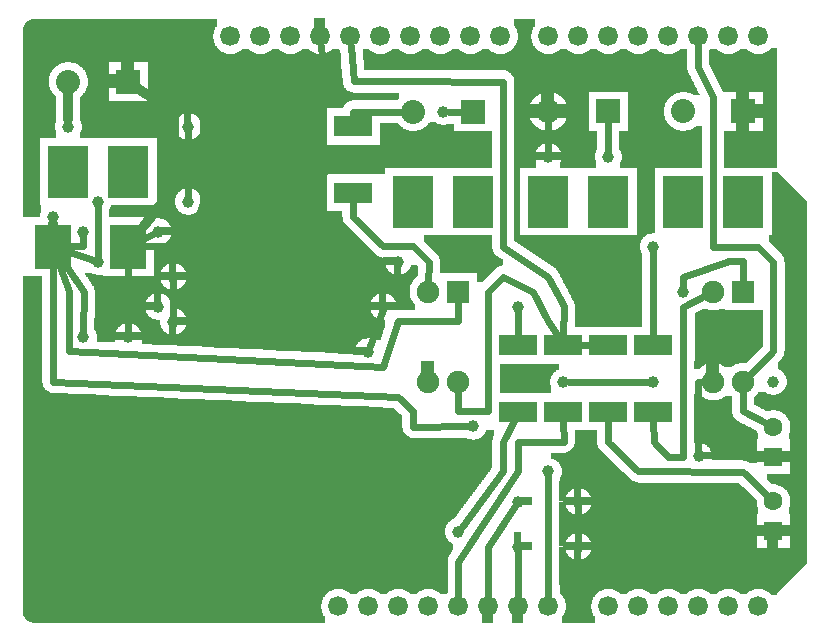
<source format=gtl>
G04 MADE WITH FRITZING*
G04 WWW.FRITZING.ORG*
G04 DOUBLE SIDED*
G04 HOLES PLATED*
G04 CONTOUR ON CENTER OF CONTOUR VECTOR*
%ASAXBY*%
%FSLAX23Y23*%
%MOIN*%
%OFA0B0*%
%SFA1.0B1.0*%
%ADD10C,0.075000*%
%ADD11C,0.039370*%
%ADD12C,0.066194*%
%ADD13C,0.066222*%
%ADD14C,0.080000*%
%ADD15C,0.062992*%
%ADD16R,0.137513X0.173810*%
%ADD17R,0.120543X0.148650*%
%ADD18R,0.080000X0.080000*%
%ADD19R,0.075000X0.075000*%
%ADD20R,0.062992X0.062992*%
%ADD21R,0.125984X0.070866*%
%ADD22C,0.024000*%
%ADD23C,0.032000*%
%LNCOPPER1*%
G90*
G70*
G54D10*
X2429Y1868D03*
X1746Y1886D03*
X1506Y1277D03*
X131Y2006D03*
X134Y764D03*
X2357Y1022D03*
X1708Y863D03*
X2355Y721D03*
X2595Y1439D03*
G54D11*
X1702Y452D03*
X1202Y952D03*
X1252Y1102D03*
X1302Y1252D03*
X2002Y1602D03*
X2152Y1302D03*
X1452Y1752D03*
X302Y1452D03*
X302Y1252D03*
X552Y1202D03*
X552Y1052D03*
X602Y1452D03*
X602Y1702D03*
X202Y1702D03*
X152Y1402D03*
X252Y1002D03*
X1852Y851D03*
X2152Y852D03*
X502Y1352D03*
X2252Y1152D03*
X1502Y352D03*
X2552Y852D03*
X1702Y1102D03*
X2303Y603D03*
X1552Y703D03*
X1802Y553D03*
X502Y1102D03*
X1802Y1602D03*
X402Y1002D03*
X252Y1352D03*
X1702Y302D03*
X1902Y302D03*
X1902Y452D03*
G54D12*
X2102Y103D03*
X2202Y103D03*
X2302Y103D03*
X2402Y103D03*
X2502Y103D03*
G54D13*
X1642Y2003D03*
X1542Y2003D03*
X1442Y2003D03*
X1342Y2003D03*
X1242Y2003D03*
X1142Y2003D03*
X1042Y2003D03*
X942Y2003D03*
X842Y2003D03*
X742Y2003D03*
X2502Y2003D03*
X2402Y2003D03*
X2302Y2003D03*
X2202Y2003D03*
X2102Y2003D03*
X2002Y2003D03*
X1902Y2003D03*
X1802Y2003D03*
G54D12*
X1202Y103D03*
X1102Y103D03*
X1302Y103D03*
X1402Y103D03*
X1502Y103D03*
X1602Y103D03*
X1702Y103D03*
X1802Y103D03*
X2002Y103D03*
G54D14*
X2452Y1753D03*
X2252Y1753D03*
X1552Y1752D03*
X1352Y1752D03*
X2002Y1753D03*
X1802Y1753D03*
X402Y1852D03*
X202Y1852D03*
G54D10*
X2452Y1152D03*
X2452Y852D03*
X2352Y1152D03*
X2352Y852D03*
X1502Y1152D03*
X1502Y852D03*
X1402Y1152D03*
X1402Y852D03*
G54D15*
X2552Y602D03*
X2552Y701D03*
X2552Y354D03*
X2552Y453D03*
G54D16*
X202Y1552D03*
X402Y1552D03*
X1352Y1452D03*
X1552Y1452D03*
X1802Y1452D03*
X2002Y1452D03*
X2252Y1452D03*
X2452Y1452D03*
G54D17*
X402Y1302D03*
X152Y1302D03*
G54D18*
X2452Y1753D03*
X1552Y1752D03*
X2002Y1753D03*
X402Y1852D03*
G54D19*
X2452Y1152D03*
X1502Y1152D03*
G54D20*
X2552Y602D03*
X2552Y354D03*
G54D21*
X1852Y973D03*
X1852Y752D03*
X1702Y973D03*
X1702Y752D03*
X2152Y973D03*
X2152Y752D03*
X2002Y973D03*
X2002Y752D03*
X1152Y1703D03*
X1152Y1482D03*
G54D22*
X1246Y1084D02*
X1208Y970D01*
D02*
X402Y1233D02*
X402Y1021D01*
D02*
X1601Y301D02*
X1602Y133D01*
D02*
X1691Y436D02*
X1601Y301D01*
D02*
X2252Y602D02*
X2252Y1102D01*
D02*
X2153Y651D02*
X2202Y602D01*
D02*
X2202Y602D02*
X2252Y602D01*
D02*
X2252Y1102D02*
X2326Y1139D01*
D02*
X2152Y722D02*
X2153Y651D01*
D02*
X2152Y1003D02*
X2152Y1283D01*
D02*
X2002Y1621D02*
X2002Y1721D01*
D02*
X206Y1284D02*
X284Y1258D01*
D02*
X302Y1271D02*
X302Y1433D01*
D02*
X1471Y1752D02*
X1521Y1752D01*
D02*
X2133Y852D02*
X1871Y851D01*
D02*
X253Y1152D02*
X252Y1021D01*
D02*
X198Y1233D02*
X253Y1152D01*
G54D23*
D02*
X152Y1371D02*
X152Y1378D01*
D02*
X202Y1727D02*
X202Y1816D01*
G54D22*
D02*
X602Y1683D02*
X602Y1471D01*
D02*
X552Y1183D02*
X552Y1071D01*
D02*
X2301Y1901D02*
X2302Y1972D01*
D02*
X2351Y1301D02*
X2351Y1603D01*
D02*
X2351Y1603D02*
X2351Y1802D01*
D02*
X2351Y1802D02*
X2301Y1901D01*
D02*
X1702Y1083D02*
X1702Y1003D01*
D02*
X1651Y553D02*
X1513Y367D01*
D02*
X1651Y652D02*
X1651Y553D01*
D02*
X1687Y722D02*
X1651Y652D01*
D02*
X2252Y1202D02*
X2252Y1171D01*
D02*
X2451Y1253D02*
X2403Y1253D01*
D02*
X2403Y1253D02*
X2252Y1202D01*
D02*
X2452Y1181D02*
X2451Y1253D01*
D02*
X456Y1330D02*
X485Y1344D01*
D02*
X2451Y753D02*
X2451Y824D01*
D02*
X2528Y713D02*
X2451Y753D01*
D02*
X2301Y851D02*
X2323Y852D01*
D02*
X2302Y622D02*
X2301Y851D01*
D02*
X2502Y1301D02*
X2552Y1252D01*
D02*
X2552Y953D02*
X2472Y872D01*
D02*
X2552Y1252D02*
X2552Y953D01*
D02*
X2351Y1301D02*
X2502Y1301D01*
D02*
X1801Y404D02*
X1802Y534D01*
D02*
X1802Y133D02*
X1801Y404D01*
D02*
X152Y1101D02*
X152Y852D01*
D02*
X1352Y753D02*
X1352Y702D01*
D02*
X1802Y1721D02*
X1802Y1621D01*
D02*
X1352Y702D02*
X1533Y703D01*
D02*
X1300Y801D02*
X1352Y753D01*
D02*
X650Y1451D02*
X603Y1303D01*
D02*
X502Y1303D02*
X456Y1303D01*
D02*
X603Y1303D02*
X502Y1303D01*
D02*
X701Y1852D02*
X650Y1802D01*
D02*
X650Y1802D02*
X650Y1703D01*
D02*
X650Y1703D02*
X650Y1451D01*
D02*
X1001Y1852D02*
X701Y1852D01*
D02*
X1051Y1902D02*
X1001Y1852D01*
D02*
X1045Y1972D02*
X1051Y1902D01*
D02*
X1302Y1053D02*
X1252Y902D01*
D02*
X1502Y1053D02*
X1302Y1053D01*
D02*
X1252Y902D02*
X203Y953D01*
D02*
X203Y1153D02*
X175Y1233D01*
D02*
X152Y852D02*
X1300Y801D01*
D02*
X152Y1233D02*
X152Y1101D01*
D02*
X203Y953D02*
X203Y1153D01*
D02*
X1502Y1124D02*
X1502Y1053D01*
G54D23*
D02*
X553Y1751D02*
X432Y1832D01*
D02*
X553Y1501D02*
X553Y1751D01*
D02*
X454Y1371D02*
X553Y1501D01*
G54D22*
D02*
X251Y1303D02*
X252Y1333D01*
D02*
X206Y1303D02*
X251Y1303D01*
D02*
X1152Y1752D02*
X1321Y1752D01*
D02*
X1152Y1732D02*
X1152Y1752D01*
D02*
X1902Y433D02*
X1902Y321D01*
D02*
X1702Y283D02*
X1702Y133D01*
D02*
X2452Y551D02*
X2533Y471D01*
D02*
X2101Y553D02*
X2452Y551D01*
D02*
X2001Y651D02*
X2101Y553D01*
D02*
X2001Y722D02*
X2001Y651D01*
D02*
X1502Y252D02*
X1502Y133D01*
D02*
X1853Y652D02*
X1702Y652D01*
D02*
X1702Y652D02*
X1701Y553D01*
D02*
X1701Y553D02*
X1502Y252D01*
D02*
X1852Y722D02*
X1853Y652D01*
D02*
X1251Y1303D02*
X1152Y1402D01*
D02*
X1351Y1303D02*
X1251Y1303D01*
D02*
X1403Y1252D02*
X1351Y1303D01*
D02*
X1152Y1402D02*
X1152Y1452D01*
D02*
X1402Y1181D02*
X1403Y1252D01*
D02*
X1944Y973D02*
X1909Y973D01*
D02*
X1801Y1053D02*
X1833Y1003D01*
D02*
X1751Y1152D02*
X1801Y1053D01*
D02*
X1651Y1202D02*
X1751Y1152D01*
D02*
X1602Y1152D02*
X1651Y1202D01*
D02*
X1602Y753D02*
X1602Y1152D01*
D02*
X1502Y753D02*
X1602Y753D01*
D02*
X1502Y824D02*
X1502Y753D01*
D02*
X1153Y1853D02*
X1301Y1853D01*
D02*
X1144Y1972D02*
X1153Y1853D01*
D02*
X1301Y1853D02*
X1651Y1852D01*
D02*
X1651Y1852D02*
X1651Y1603D01*
D02*
X1853Y1103D02*
X1852Y1003D01*
D02*
X1651Y1301D02*
X1801Y1202D01*
D02*
X1801Y1202D02*
X1853Y1103D01*
D02*
X1651Y1603D02*
X1651Y1301D01*
G36*
X2544Y1963D02*
X2544Y1961D01*
X2542Y1961D01*
X2542Y1959D01*
X2540Y1959D01*
X2540Y1957D01*
X2538Y1957D01*
X2538Y1955D01*
X2534Y1955D01*
X2534Y1953D01*
X2532Y1953D01*
X2532Y1951D01*
X2528Y1951D01*
X2528Y1949D01*
X2524Y1949D01*
X2524Y1947D01*
X2516Y1947D01*
X2516Y1945D01*
X2564Y1945D01*
X2564Y1963D01*
X2544Y1963D01*
G37*
D02*
G36*
X2342Y1961D02*
X2342Y1959D01*
X2340Y1959D01*
X2340Y1957D01*
X2338Y1957D01*
X2338Y1945D01*
X2388Y1945D01*
X2388Y1947D01*
X2382Y1947D01*
X2382Y1949D01*
X2376Y1949D01*
X2376Y1951D01*
X2374Y1951D01*
X2374Y1953D01*
X2370Y1953D01*
X2370Y1955D01*
X2368Y1955D01*
X2368Y1957D01*
X2364Y1957D01*
X2364Y1959D01*
X2362Y1959D01*
X2362Y1961D01*
X2342Y1961D01*
G37*
D02*
G36*
X2442Y1961D02*
X2442Y1959D01*
X2440Y1959D01*
X2440Y1957D01*
X2438Y1957D01*
X2438Y1955D01*
X2434Y1955D01*
X2434Y1953D01*
X2432Y1953D01*
X2432Y1951D01*
X2428Y1951D01*
X2428Y1949D01*
X2424Y1949D01*
X2424Y1947D01*
X2416Y1947D01*
X2416Y1945D01*
X2488Y1945D01*
X2488Y1947D01*
X2482Y1947D01*
X2482Y1949D01*
X2476Y1949D01*
X2476Y1951D01*
X2474Y1951D01*
X2474Y1953D01*
X2470Y1953D01*
X2470Y1955D01*
X2468Y1955D01*
X2468Y1957D01*
X2464Y1957D01*
X2464Y1959D01*
X2462Y1959D01*
X2462Y1961D01*
X2442Y1961D01*
G37*
D02*
G36*
X2338Y1945D02*
X2338Y1943D01*
X2564Y1943D01*
X2564Y1945D01*
X2338Y1945D01*
G37*
D02*
G36*
X2338Y1945D02*
X2338Y1943D01*
X2564Y1943D01*
X2564Y1945D01*
X2338Y1945D01*
G37*
D02*
G36*
X2338Y1945D02*
X2338Y1943D01*
X2564Y1943D01*
X2564Y1945D01*
X2338Y1945D01*
G37*
D02*
G36*
X2338Y1943D02*
X2338Y1907D01*
X2340Y1907D01*
X2340Y1903D01*
X2342Y1903D01*
X2342Y1899D01*
X2344Y1899D01*
X2344Y1895D01*
X2346Y1895D01*
X2346Y1891D01*
X2348Y1891D01*
X2348Y1887D01*
X2350Y1887D01*
X2350Y1883D01*
X2352Y1883D01*
X2352Y1879D01*
X2354Y1879D01*
X2354Y1875D01*
X2356Y1875D01*
X2356Y1871D01*
X2358Y1871D01*
X2358Y1867D01*
X2360Y1867D01*
X2360Y1863D01*
X2362Y1863D01*
X2362Y1859D01*
X2364Y1859D01*
X2364Y1855D01*
X2366Y1855D01*
X2366Y1851D01*
X2368Y1851D01*
X2368Y1847D01*
X2370Y1847D01*
X2370Y1843D01*
X2372Y1843D01*
X2372Y1839D01*
X2374Y1839D01*
X2374Y1835D01*
X2376Y1835D01*
X2376Y1831D01*
X2378Y1831D01*
X2378Y1827D01*
X2380Y1827D01*
X2380Y1823D01*
X2382Y1823D01*
X2382Y1819D01*
X2384Y1819D01*
X2384Y1817D01*
X2518Y1817D01*
X2518Y1687D01*
X2388Y1687D01*
X2388Y1563D01*
X2564Y1563D01*
X2564Y1943D01*
X2338Y1943D01*
G37*
D02*
G36*
X1686Y2059D02*
X1686Y2039D01*
X1688Y2039D01*
X1688Y2037D01*
X1690Y2037D01*
X1690Y2033D01*
X1692Y2033D01*
X1692Y2029D01*
X1694Y2029D01*
X1694Y2027D01*
X1696Y2027D01*
X1696Y2021D01*
X1698Y2021D01*
X1698Y2013D01*
X1700Y2013D01*
X1700Y1991D01*
X1698Y1991D01*
X1698Y1983D01*
X1696Y1983D01*
X1696Y1979D01*
X1694Y1979D01*
X1694Y1975D01*
X1692Y1975D01*
X1692Y1971D01*
X1690Y1971D01*
X1690Y1969D01*
X1688Y1969D01*
X1688Y1965D01*
X1686Y1965D01*
X1686Y1963D01*
X1684Y1963D01*
X1684Y1961D01*
X1682Y1961D01*
X1682Y1959D01*
X1680Y1959D01*
X1680Y1957D01*
X1676Y1957D01*
X1676Y1955D01*
X1674Y1955D01*
X1674Y1953D01*
X1672Y1953D01*
X1672Y1951D01*
X1668Y1951D01*
X1668Y1949D01*
X1664Y1949D01*
X1664Y1947D01*
X1656Y1947D01*
X1656Y1945D01*
X1788Y1945D01*
X1788Y1947D01*
X1782Y1947D01*
X1782Y1949D01*
X1776Y1949D01*
X1776Y1951D01*
X1774Y1951D01*
X1774Y1953D01*
X1770Y1953D01*
X1770Y1955D01*
X1768Y1955D01*
X1768Y1957D01*
X1764Y1957D01*
X1764Y1959D01*
X1762Y1959D01*
X1762Y1961D01*
X1760Y1961D01*
X1760Y1963D01*
X1758Y1963D01*
X1758Y1967D01*
X1756Y1967D01*
X1756Y1969D01*
X1754Y1969D01*
X1754Y1971D01*
X1752Y1971D01*
X1752Y1975D01*
X1750Y1975D01*
X1750Y1979D01*
X1748Y1979D01*
X1748Y1985D01*
X1746Y1985D01*
X1746Y1993D01*
X1744Y1993D01*
X1744Y2011D01*
X1746Y2011D01*
X1746Y2021D01*
X1748Y2021D01*
X1748Y2025D01*
X1750Y2025D01*
X1750Y2029D01*
X1752Y2029D01*
X1752Y2033D01*
X1754Y2033D01*
X1754Y2035D01*
X1756Y2035D01*
X1756Y2039D01*
X1758Y2039D01*
X1758Y2059D01*
X1686Y2059D01*
G37*
D02*
G36*
X1282Y1961D02*
X1282Y1959D01*
X1280Y1959D01*
X1280Y1957D01*
X1278Y1957D01*
X1278Y1955D01*
X1274Y1955D01*
X1274Y1953D01*
X1272Y1953D01*
X1272Y1951D01*
X1268Y1951D01*
X1268Y1949D01*
X1264Y1949D01*
X1264Y1947D01*
X1256Y1947D01*
X1256Y1945D01*
X1328Y1945D01*
X1328Y1947D01*
X1322Y1947D01*
X1322Y1949D01*
X1316Y1949D01*
X1316Y1951D01*
X1314Y1951D01*
X1314Y1953D01*
X1310Y1953D01*
X1310Y1955D01*
X1308Y1955D01*
X1308Y1957D01*
X1304Y1957D01*
X1304Y1959D01*
X1302Y1959D01*
X1302Y1961D01*
X1282Y1961D01*
G37*
D02*
G36*
X1382Y1961D02*
X1382Y1959D01*
X1380Y1959D01*
X1380Y1957D01*
X1378Y1957D01*
X1378Y1955D01*
X1374Y1955D01*
X1374Y1953D01*
X1372Y1953D01*
X1372Y1951D01*
X1368Y1951D01*
X1368Y1949D01*
X1364Y1949D01*
X1364Y1947D01*
X1356Y1947D01*
X1356Y1945D01*
X1428Y1945D01*
X1428Y1947D01*
X1422Y1947D01*
X1422Y1949D01*
X1416Y1949D01*
X1416Y1951D01*
X1414Y1951D01*
X1414Y1953D01*
X1410Y1953D01*
X1410Y1955D01*
X1408Y1955D01*
X1408Y1957D01*
X1404Y1957D01*
X1404Y1959D01*
X1402Y1959D01*
X1402Y1961D01*
X1382Y1961D01*
G37*
D02*
G36*
X1482Y1961D02*
X1482Y1959D01*
X1480Y1959D01*
X1480Y1957D01*
X1478Y1957D01*
X1478Y1955D01*
X1474Y1955D01*
X1474Y1953D01*
X1472Y1953D01*
X1472Y1951D01*
X1468Y1951D01*
X1468Y1949D01*
X1464Y1949D01*
X1464Y1947D01*
X1456Y1947D01*
X1456Y1945D01*
X1528Y1945D01*
X1528Y1947D01*
X1522Y1947D01*
X1522Y1949D01*
X1516Y1949D01*
X1516Y1951D01*
X1514Y1951D01*
X1514Y1953D01*
X1510Y1953D01*
X1510Y1955D01*
X1508Y1955D01*
X1508Y1957D01*
X1504Y1957D01*
X1504Y1959D01*
X1502Y1959D01*
X1502Y1961D01*
X1482Y1961D01*
G37*
D02*
G36*
X1582Y1961D02*
X1582Y1959D01*
X1580Y1959D01*
X1580Y1957D01*
X1578Y1957D01*
X1578Y1955D01*
X1574Y1955D01*
X1574Y1953D01*
X1572Y1953D01*
X1572Y1951D01*
X1568Y1951D01*
X1568Y1949D01*
X1564Y1949D01*
X1564Y1947D01*
X1556Y1947D01*
X1556Y1945D01*
X1628Y1945D01*
X1628Y1947D01*
X1622Y1947D01*
X1622Y1949D01*
X1616Y1949D01*
X1616Y1951D01*
X1612Y1951D01*
X1612Y1953D01*
X1610Y1953D01*
X1610Y1955D01*
X1608Y1955D01*
X1608Y1957D01*
X1604Y1957D01*
X1604Y1959D01*
X1602Y1959D01*
X1602Y1961D01*
X1582Y1961D01*
G37*
D02*
G36*
X1842Y1961D02*
X1842Y1959D01*
X1840Y1959D01*
X1840Y1957D01*
X1838Y1957D01*
X1838Y1955D01*
X1834Y1955D01*
X1834Y1953D01*
X1832Y1953D01*
X1832Y1951D01*
X1828Y1951D01*
X1828Y1949D01*
X1824Y1949D01*
X1824Y1947D01*
X1816Y1947D01*
X1816Y1945D01*
X1888Y1945D01*
X1888Y1947D01*
X1882Y1947D01*
X1882Y1949D01*
X1876Y1949D01*
X1876Y1951D01*
X1874Y1951D01*
X1874Y1953D01*
X1870Y1953D01*
X1870Y1955D01*
X1868Y1955D01*
X1868Y1957D01*
X1864Y1957D01*
X1864Y1959D01*
X1862Y1959D01*
X1862Y1961D01*
X1842Y1961D01*
G37*
D02*
G36*
X1942Y1961D02*
X1942Y1959D01*
X1940Y1959D01*
X1940Y1957D01*
X1938Y1957D01*
X1938Y1955D01*
X1934Y1955D01*
X1934Y1953D01*
X1932Y1953D01*
X1932Y1951D01*
X1928Y1951D01*
X1928Y1949D01*
X1924Y1949D01*
X1924Y1947D01*
X1916Y1947D01*
X1916Y1945D01*
X1988Y1945D01*
X1988Y1947D01*
X1982Y1947D01*
X1982Y1949D01*
X1976Y1949D01*
X1976Y1951D01*
X1974Y1951D01*
X1974Y1953D01*
X1970Y1953D01*
X1970Y1955D01*
X1968Y1955D01*
X1968Y1957D01*
X1964Y1957D01*
X1964Y1959D01*
X1962Y1959D01*
X1962Y1961D01*
X1942Y1961D01*
G37*
D02*
G36*
X2042Y1961D02*
X2042Y1959D01*
X2040Y1959D01*
X2040Y1957D01*
X2038Y1957D01*
X2038Y1955D01*
X2034Y1955D01*
X2034Y1953D01*
X2032Y1953D01*
X2032Y1951D01*
X2028Y1951D01*
X2028Y1949D01*
X2024Y1949D01*
X2024Y1947D01*
X2016Y1947D01*
X2016Y1945D01*
X2088Y1945D01*
X2088Y1947D01*
X2082Y1947D01*
X2082Y1949D01*
X2076Y1949D01*
X2076Y1951D01*
X2074Y1951D01*
X2074Y1953D01*
X2070Y1953D01*
X2070Y1955D01*
X2068Y1955D01*
X2068Y1957D01*
X2064Y1957D01*
X2064Y1959D01*
X2062Y1959D01*
X2062Y1961D01*
X2042Y1961D01*
G37*
D02*
G36*
X2142Y1961D02*
X2142Y1959D01*
X2140Y1959D01*
X2140Y1957D01*
X2138Y1957D01*
X2138Y1955D01*
X2134Y1955D01*
X2134Y1953D01*
X2132Y1953D01*
X2132Y1951D01*
X2128Y1951D01*
X2128Y1949D01*
X2124Y1949D01*
X2124Y1947D01*
X2116Y1947D01*
X2116Y1945D01*
X2188Y1945D01*
X2188Y1947D01*
X2182Y1947D01*
X2182Y1949D01*
X2176Y1949D01*
X2176Y1951D01*
X2172Y1951D01*
X2172Y1953D01*
X2170Y1953D01*
X2170Y1955D01*
X2168Y1955D01*
X2168Y1957D01*
X2164Y1957D01*
X2164Y1959D01*
X2162Y1959D01*
X2162Y1961D01*
X2142Y1961D01*
G37*
D02*
G36*
X2242Y1961D02*
X2242Y1959D01*
X2240Y1959D01*
X2240Y1957D01*
X2236Y1957D01*
X2236Y1955D01*
X2234Y1955D01*
X2234Y1953D01*
X2232Y1953D01*
X2232Y1951D01*
X2228Y1951D01*
X2228Y1949D01*
X2224Y1949D01*
X2224Y1947D01*
X2216Y1947D01*
X2216Y1945D01*
X2264Y1945D01*
X2264Y1959D01*
X2262Y1959D01*
X2262Y1961D01*
X2242Y1961D01*
G37*
D02*
G36*
X1184Y1959D02*
X1184Y1945D01*
X1228Y1945D01*
X1228Y1947D01*
X1222Y1947D01*
X1222Y1949D01*
X1216Y1949D01*
X1216Y1951D01*
X1214Y1951D01*
X1214Y1953D01*
X1210Y1953D01*
X1210Y1955D01*
X1208Y1955D01*
X1208Y1957D01*
X1204Y1957D01*
X1204Y1959D01*
X1184Y1959D01*
G37*
D02*
G36*
X1184Y1945D02*
X1184Y1943D01*
X2264Y1943D01*
X2264Y1945D01*
X1184Y1945D01*
G37*
D02*
G36*
X1184Y1945D02*
X1184Y1943D01*
X2264Y1943D01*
X2264Y1945D01*
X1184Y1945D01*
G37*
D02*
G36*
X1184Y1945D02*
X1184Y1943D01*
X2264Y1943D01*
X2264Y1945D01*
X1184Y1945D01*
G37*
D02*
G36*
X1184Y1945D02*
X1184Y1943D01*
X2264Y1943D01*
X2264Y1945D01*
X1184Y1945D01*
G37*
D02*
G36*
X1184Y1945D02*
X1184Y1943D01*
X2264Y1943D01*
X2264Y1945D01*
X1184Y1945D01*
G37*
D02*
G36*
X1184Y1945D02*
X1184Y1943D01*
X2264Y1943D01*
X2264Y1945D01*
X1184Y1945D01*
G37*
D02*
G36*
X1184Y1945D02*
X1184Y1943D01*
X2264Y1943D01*
X2264Y1945D01*
X1184Y1945D01*
G37*
D02*
G36*
X1184Y1945D02*
X1184Y1943D01*
X2264Y1943D01*
X2264Y1945D01*
X1184Y1945D01*
G37*
D02*
G36*
X1184Y1945D02*
X1184Y1943D01*
X2264Y1943D01*
X2264Y1945D01*
X1184Y1945D01*
G37*
D02*
G36*
X1184Y1945D02*
X1184Y1943D01*
X2264Y1943D01*
X2264Y1945D01*
X1184Y1945D01*
G37*
D02*
G36*
X1184Y1945D02*
X1184Y1943D01*
X2264Y1943D01*
X2264Y1945D01*
X1184Y1945D01*
G37*
D02*
G36*
X1184Y1943D02*
X1184Y1923D01*
X1186Y1923D01*
X1186Y1897D01*
X1188Y1897D01*
X1188Y1889D01*
X1660Y1889D01*
X1660Y1887D01*
X1666Y1887D01*
X1666Y1885D01*
X1670Y1885D01*
X1670Y1883D01*
X1672Y1883D01*
X1672Y1881D01*
X1674Y1881D01*
X1674Y1879D01*
X1678Y1879D01*
X1678Y1875D01*
X1680Y1875D01*
X1680Y1873D01*
X1682Y1873D01*
X1682Y1871D01*
X1684Y1871D01*
X1684Y1867D01*
X1686Y1867D01*
X1686Y1861D01*
X1688Y1861D01*
X1688Y1817D01*
X2264Y1817D01*
X2264Y1815D01*
X2272Y1815D01*
X2272Y1813D01*
X2278Y1813D01*
X2278Y1811D01*
X2282Y1811D01*
X2282Y1809D01*
X2284Y1809D01*
X2284Y1807D01*
X2306Y1807D01*
X2306Y1809D01*
X2304Y1809D01*
X2304Y1813D01*
X2302Y1813D01*
X2302Y1817D01*
X2300Y1817D01*
X2300Y1821D01*
X2298Y1821D01*
X2298Y1825D01*
X2296Y1825D01*
X2296Y1829D01*
X2294Y1829D01*
X2294Y1833D01*
X2292Y1833D01*
X2292Y1837D01*
X2290Y1837D01*
X2290Y1841D01*
X2288Y1841D01*
X2288Y1845D01*
X2286Y1845D01*
X2286Y1849D01*
X2284Y1849D01*
X2284Y1853D01*
X2282Y1853D01*
X2282Y1857D01*
X2280Y1857D01*
X2280Y1861D01*
X2278Y1861D01*
X2278Y1865D01*
X2276Y1865D01*
X2276Y1869D01*
X2274Y1869D01*
X2274Y1873D01*
X2272Y1873D01*
X2272Y1877D01*
X2270Y1877D01*
X2270Y1881D01*
X2268Y1881D01*
X2268Y1885D01*
X2266Y1885D01*
X2266Y1891D01*
X2264Y1891D01*
X2264Y1943D01*
X1184Y1943D01*
G37*
D02*
G36*
X1688Y1817D02*
X1688Y1687D01*
X1792Y1687D01*
X1792Y1689D01*
X1784Y1689D01*
X1784Y1691D01*
X1778Y1691D01*
X1778Y1693D01*
X1774Y1693D01*
X1774Y1695D01*
X1770Y1695D01*
X1770Y1697D01*
X1766Y1697D01*
X1766Y1699D01*
X1764Y1699D01*
X1764Y1701D01*
X1760Y1701D01*
X1760Y1703D01*
X1758Y1703D01*
X1758Y1705D01*
X1756Y1705D01*
X1756Y1707D01*
X1754Y1707D01*
X1754Y1709D01*
X1752Y1709D01*
X1752Y1713D01*
X1750Y1713D01*
X1750Y1715D01*
X1748Y1715D01*
X1748Y1719D01*
X1746Y1719D01*
X1746Y1721D01*
X1744Y1721D01*
X1744Y1725D01*
X1742Y1725D01*
X1742Y1731D01*
X1740Y1731D01*
X1740Y1737D01*
X1738Y1737D01*
X1738Y1767D01*
X1740Y1767D01*
X1740Y1773D01*
X1742Y1773D01*
X1742Y1779D01*
X1744Y1779D01*
X1744Y1783D01*
X1746Y1783D01*
X1746Y1787D01*
X1748Y1787D01*
X1748Y1789D01*
X1750Y1789D01*
X1750Y1791D01*
X1752Y1791D01*
X1752Y1795D01*
X1754Y1795D01*
X1754Y1797D01*
X1756Y1797D01*
X1756Y1799D01*
X1758Y1799D01*
X1758Y1801D01*
X1760Y1801D01*
X1760Y1803D01*
X1764Y1803D01*
X1764Y1805D01*
X1766Y1805D01*
X1766Y1807D01*
X1770Y1807D01*
X1770Y1809D01*
X1772Y1809D01*
X1772Y1811D01*
X1776Y1811D01*
X1776Y1813D01*
X1782Y1813D01*
X1782Y1815D01*
X1790Y1815D01*
X1790Y1817D01*
X1688Y1817D01*
G37*
D02*
G36*
X1814Y1817D02*
X1814Y1815D01*
X1822Y1815D01*
X1822Y1813D01*
X1828Y1813D01*
X1828Y1811D01*
X1832Y1811D01*
X1832Y1809D01*
X1834Y1809D01*
X1834Y1807D01*
X1838Y1807D01*
X1838Y1805D01*
X1840Y1805D01*
X1840Y1803D01*
X1844Y1803D01*
X1844Y1801D01*
X1846Y1801D01*
X1846Y1799D01*
X1848Y1799D01*
X1848Y1797D01*
X1850Y1797D01*
X1850Y1795D01*
X1852Y1795D01*
X1852Y1793D01*
X1854Y1793D01*
X1854Y1789D01*
X1856Y1789D01*
X1856Y1787D01*
X1858Y1787D01*
X1858Y1783D01*
X1860Y1783D01*
X1860Y1779D01*
X1862Y1779D01*
X1862Y1775D01*
X1864Y1775D01*
X1864Y1769D01*
X1866Y1769D01*
X1866Y1755D01*
X1868Y1755D01*
X1868Y1749D01*
X1866Y1749D01*
X1866Y1735D01*
X1864Y1735D01*
X1864Y1729D01*
X1862Y1729D01*
X1862Y1725D01*
X1860Y1725D01*
X1860Y1721D01*
X1858Y1721D01*
X1858Y1717D01*
X1856Y1717D01*
X1856Y1715D01*
X1854Y1715D01*
X1854Y1711D01*
X1852Y1711D01*
X1852Y1709D01*
X1850Y1709D01*
X1850Y1707D01*
X1848Y1707D01*
X1848Y1705D01*
X1846Y1705D01*
X1846Y1703D01*
X1844Y1703D01*
X1844Y1701D01*
X1840Y1701D01*
X1840Y1699D01*
X1838Y1699D01*
X1838Y1697D01*
X1834Y1697D01*
X1834Y1695D01*
X1832Y1695D01*
X1832Y1693D01*
X1826Y1693D01*
X1826Y1691D01*
X1822Y1691D01*
X1822Y1689D01*
X1812Y1689D01*
X1812Y1687D01*
X1938Y1687D01*
X1938Y1817D01*
X1814Y1817D01*
G37*
D02*
G36*
X2068Y1817D02*
X2068Y1687D01*
X2242Y1687D01*
X2242Y1689D01*
X2234Y1689D01*
X2234Y1691D01*
X2228Y1691D01*
X2228Y1693D01*
X2224Y1693D01*
X2224Y1695D01*
X2220Y1695D01*
X2220Y1697D01*
X2216Y1697D01*
X2216Y1699D01*
X2214Y1699D01*
X2214Y1701D01*
X2210Y1701D01*
X2210Y1703D01*
X2208Y1703D01*
X2208Y1705D01*
X2206Y1705D01*
X2206Y1707D01*
X2204Y1707D01*
X2204Y1709D01*
X2202Y1709D01*
X2202Y1713D01*
X2200Y1713D01*
X2200Y1715D01*
X2198Y1715D01*
X2198Y1719D01*
X2196Y1719D01*
X2196Y1721D01*
X2194Y1721D01*
X2194Y1725D01*
X2192Y1725D01*
X2192Y1731D01*
X2190Y1731D01*
X2190Y1737D01*
X2188Y1737D01*
X2188Y1767D01*
X2190Y1767D01*
X2190Y1773D01*
X2192Y1773D01*
X2192Y1779D01*
X2194Y1779D01*
X2194Y1783D01*
X2196Y1783D01*
X2196Y1787D01*
X2198Y1787D01*
X2198Y1789D01*
X2200Y1789D01*
X2200Y1791D01*
X2202Y1791D01*
X2202Y1795D01*
X2204Y1795D01*
X2204Y1797D01*
X2206Y1797D01*
X2206Y1799D01*
X2208Y1799D01*
X2208Y1801D01*
X2210Y1801D01*
X2210Y1803D01*
X2214Y1803D01*
X2214Y1805D01*
X2216Y1805D01*
X2216Y1807D01*
X2220Y1807D01*
X2220Y1809D01*
X2222Y1809D01*
X2222Y1811D01*
X2226Y1811D01*
X2226Y1813D01*
X2232Y1813D01*
X2232Y1815D01*
X2240Y1815D01*
X2240Y1817D01*
X2068Y1817D01*
G37*
D02*
G36*
X2294Y1703D02*
X2294Y1701D01*
X2290Y1701D01*
X2290Y1699D01*
X2288Y1699D01*
X2288Y1697D01*
X2284Y1697D01*
X2284Y1695D01*
X2282Y1695D01*
X2282Y1693D01*
X2276Y1693D01*
X2276Y1691D01*
X2272Y1691D01*
X2272Y1689D01*
X2262Y1689D01*
X2262Y1687D01*
X2314Y1687D01*
X2314Y1703D01*
X2294Y1703D01*
G37*
D02*
G36*
X1688Y1687D02*
X1688Y1685D01*
X1964Y1685D01*
X1964Y1687D01*
X1688Y1687D01*
G37*
D02*
G36*
X1688Y1687D02*
X1688Y1685D01*
X1964Y1685D01*
X1964Y1687D01*
X1688Y1687D01*
G37*
D02*
G36*
X2038Y1687D02*
X2038Y1685D01*
X2314Y1685D01*
X2314Y1687D01*
X2038Y1687D01*
G37*
D02*
G36*
X2038Y1687D02*
X2038Y1685D01*
X2314Y1685D01*
X2314Y1687D01*
X2038Y1687D01*
G37*
D02*
G36*
X1688Y1685D02*
X1688Y1647D01*
X1806Y1647D01*
X1806Y1645D01*
X1816Y1645D01*
X1816Y1643D01*
X1820Y1643D01*
X1820Y1641D01*
X1824Y1641D01*
X1824Y1639D01*
X1828Y1639D01*
X1828Y1637D01*
X1830Y1637D01*
X1830Y1635D01*
X1832Y1635D01*
X1832Y1633D01*
X1834Y1633D01*
X1834Y1631D01*
X1836Y1631D01*
X1836Y1629D01*
X1838Y1629D01*
X1838Y1625D01*
X1840Y1625D01*
X1840Y1623D01*
X1842Y1623D01*
X1842Y1619D01*
X1844Y1619D01*
X1844Y1611D01*
X1846Y1611D01*
X1846Y1591D01*
X1844Y1591D01*
X1844Y1585D01*
X1842Y1585D01*
X1842Y1563D01*
X1962Y1563D01*
X1962Y1583D01*
X1960Y1583D01*
X1960Y1589D01*
X1958Y1589D01*
X1958Y1601D01*
X1956Y1601D01*
X1956Y1603D01*
X1958Y1603D01*
X1958Y1615D01*
X1960Y1615D01*
X1960Y1621D01*
X1962Y1621D01*
X1962Y1623D01*
X1964Y1623D01*
X1964Y1685D01*
X1688Y1685D01*
G37*
D02*
G36*
X2038Y1685D02*
X2038Y1625D01*
X2040Y1625D01*
X2040Y1623D01*
X2042Y1623D01*
X2042Y1619D01*
X2044Y1619D01*
X2044Y1611D01*
X2046Y1611D01*
X2046Y1591D01*
X2044Y1591D01*
X2044Y1585D01*
X2042Y1585D01*
X2042Y1563D01*
X2096Y1563D01*
X2096Y1341D01*
X2094Y1341D01*
X2094Y1339D01*
X2130Y1339D01*
X2130Y1341D01*
X2132Y1341D01*
X2132Y1343D01*
X2138Y1343D01*
X2138Y1345D01*
X2146Y1345D01*
X2146Y1347D01*
X2158Y1347D01*
X2158Y1563D01*
X2314Y1563D01*
X2314Y1685D01*
X2038Y1685D01*
G37*
D02*
G36*
X1688Y1647D02*
X1688Y1339D01*
X1708Y1339D01*
X1708Y1563D01*
X1762Y1563D01*
X1762Y1583D01*
X1760Y1583D01*
X1760Y1589D01*
X1758Y1589D01*
X1758Y1601D01*
X1756Y1601D01*
X1756Y1603D01*
X1758Y1603D01*
X1758Y1615D01*
X1760Y1615D01*
X1760Y1621D01*
X1762Y1621D01*
X1762Y1623D01*
X1764Y1623D01*
X1764Y1627D01*
X1766Y1627D01*
X1766Y1629D01*
X1768Y1629D01*
X1768Y1633D01*
X1770Y1633D01*
X1770Y1635D01*
X1774Y1635D01*
X1774Y1637D01*
X1776Y1637D01*
X1776Y1639D01*
X1780Y1639D01*
X1780Y1641D01*
X1782Y1641D01*
X1782Y1643D01*
X1788Y1643D01*
X1788Y1645D01*
X1796Y1645D01*
X1796Y1647D01*
X1688Y1647D01*
G37*
D02*
G36*
X1688Y1339D02*
X1688Y1337D01*
X2126Y1337D01*
X2126Y1339D01*
X1688Y1339D01*
G37*
D02*
G36*
X1688Y1339D02*
X1688Y1337D01*
X2126Y1337D01*
X2126Y1339D01*
X1688Y1339D01*
G37*
D02*
G36*
X1688Y1337D02*
X1688Y1321D01*
X1690Y1321D01*
X1690Y1319D01*
X1692Y1319D01*
X1692Y1317D01*
X1696Y1317D01*
X1696Y1315D01*
X1698Y1315D01*
X1698Y1313D01*
X1702Y1313D01*
X1702Y1311D01*
X1704Y1311D01*
X1704Y1309D01*
X1708Y1309D01*
X1708Y1307D01*
X1710Y1307D01*
X1710Y1305D01*
X1714Y1305D01*
X1714Y1303D01*
X1716Y1303D01*
X1716Y1301D01*
X1720Y1301D01*
X1720Y1299D01*
X1722Y1299D01*
X1722Y1297D01*
X1726Y1297D01*
X1726Y1295D01*
X1728Y1295D01*
X1728Y1293D01*
X1732Y1293D01*
X1732Y1291D01*
X1734Y1291D01*
X1734Y1289D01*
X1738Y1289D01*
X1738Y1287D01*
X1740Y1287D01*
X1740Y1285D01*
X1744Y1285D01*
X1744Y1283D01*
X1746Y1283D01*
X1746Y1281D01*
X1750Y1281D01*
X1750Y1279D01*
X1752Y1279D01*
X1752Y1277D01*
X1756Y1277D01*
X1756Y1275D01*
X1758Y1275D01*
X1758Y1273D01*
X1762Y1273D01*
X1762Y1271D01*
X1764Y1271D01*
X1764Y1269D01*
X1768Y1269D01*
X1768Y1267D01*
X1770Y1267D01*
X1770Y1265D01*
X1774Y1265D01*
X1774Y1263D01*
X1776Y1263D01*
X1776Y1261D01*
X1780Y1261D01*
X1780Y1259D01*
X1782Y1259D01*
X1782Y1257D01*
X1786Y1257D01*
X1786Y1255D01*
X1788Y1255D01*
X1788Y1253D01*
X1792Y1253D01*
X1792Y1251D01*
X1794Y1251D01*
X1794Y1249D01*
X1798Y1249D01*
X1798Y1247D01*
X1800Y1247D01*
X1800Y1245D01*
X1804Y1245D01*
X1804Y1243D01*
X1806Y1243D01*
X1806Y1241D01*
X1810Y1241D01*
X1810Y1239D01*
X1812Y1239D01*
X1812Y1237D01*
X1816Y1237D01*
X1816Y1235D01*
X1818Y1235D01*
X1818Y1233D01*
X1822Y1233D01*
X1822Y1231D01*
X1824Y1231D01*
X1824Y1229D01*
X1826Y1229D01*
X1826Y1227D01*
X1828Y1227D01*
X1828Y1225D01*
X1830Y1225D01*
X1830Y1223D01*
X1832Y1223D01*
X1832Y1219D01*
X1834Y1219D01*
X1834Y1215D01*
X1836Y1215D01*
X1836Y1211D01*
X1838Y1211D01*
X1838Y1209D01*
X1840Y1209D01*
X1840Y1205D01*
X1842Y1205D01*
X1842Y1201D01*
X1844Y1201D01*
X1844Y1197D01*
X1846Y1197D01*
X1846Y1193D01*
X1848Y1193D01*
X1848Y1189D01*
X1850Y1189D01*
X1850Y1185D01*
X1852Y1185D01*
X1852Y1181D01*
X1854Y1181D01*
X1854Y1177D01*
X1856Y1177D01*
X1856Y1173D01*
X1858Y1173D01*
X1858Y1171D01*
X1860Y1171D01*
X1860Y1167D01*
X1862Y1167D01*
X1862Y1163D01*
X1864Y1163D01*
X1864Y1159D01*
X1866Y1159D01*
X1866Y1155D01*
X1868Y1155D01*
X1868Y1151D01*
X1870Y1151D01*
X1870Y1147D01*
X1872Y1147D01*
X1872Y1143D01*
X1874Y1143D01*
X1874Y1139D01*
X1876Y1139D01*
X1876Y1135D01*
X1878Y1135D01*
X1878Y1131D01*
X1880Y1131D01*
X1880Y1129D01*
X1882Y1129D01*
X1882Y1125D01*
X1884Y1125D01*
X1884Y1121D01*
X1886Y1121D01*
X1886Y1117D01*
X1888Y1117D01*
X1888Y1109D01*
X1890Y1109D01*
X1890Y1033D01*
X2114Y1033D01*
X2114Y1279D01*
X2112Y1279D01*
X2112Y1283D01*
X2110Y1283D01*
X2110Y1289D01*
X2108Y1289D01*
X2108Y1301D01*
X2106Y1301D01*
X2106Y1303D01*
X2108Y1303D01*
X2108Y1315D01*
X2110Y1315D01*
X2110Y1321D01*
X2112Y1321D01*
X2112Y1323D01*
X2114Y1323D01*
X2114Y1327D01*
X2116Y1327D01*
X2116Y1329D01*
X2118Y1329D01*
X2118Y1333D01*
X2120Y1333D01*
X2120Y1335D01*
X2124Y1335D01*
X2124Y1337D01*
X1688Y1337D01*
G37*
D02*
G36*
X1386Y1339D02*
X1386Y1319D01*
X1388Y1319D01*
X1388Y1317D01*
X1390Y1317D01*
X1390Y1315D01*
X1392Y1315D01*
X1392Y1313D01*
X1394Y1313D01*
X1394Y1311D01*
X1396Y1311D01*
X1396Y1309D01*
X1398Y1309D01*
X1398Y1307D01*
X1400Y1307D01*
X1400Y1305D01*
X1402Y1305D01*
X1402Y1303D01*
X1404Y1303D01*
X1404Y1301D01*
X1406Y1301D01*
X1406Y1299D01*
X1408Y1299D01*
X1408Y1297D01*
X1410Y1297D01*
X1410Y1295D01*
X1412Y1295D01*
X1412Y1293D01*
X1414Y1293D01*
X1414Y1291D01*
X1416Y1291D01*
X1416Y1289D01*
X1418Y1289D01*
X1418Y1287D01*
X1420Y1287D01*
X1420Y1285D01*
X1422Y1285D01*
X1422Y1283D01*
X1424Y1283D01*
X1424Y1281D01*
X1426Y1281D01*
X1426Y1279D01*
X1428Y1279D01*
X1428Y1277D01*
X1430Y1277D01*
X1430Y1275D01*
X1432Y1275D01*
X1432Y1273D01*
X1434Y1273D01*
X1434Y1269D01*
X1436Y1269D01*
X1436Y1265D01*
X1438Y1265D01*
X1438Y1259D01*
X1440Y1259D01*
X1440Y1215D01*
X1564Y1215D01*
X1564Y1185D01*
X1584Y1185D01*
X1584Y1187D01*
X1586Y1187D01*
X1586Y1189D01*
X1588Y1189D01*
X1588Y1191D01*
X1590Y1191D01*
X1590Y1193D01*
X1592Y1193D01*
X1592Y1195D01*
X1594Y1195D01*
X1594Y1197D01*
X1596Y1197D01*
X1596Y1199D01*
X1598Y1199D01*
X1598Y1201D01*
X1600Y1201D01*
X1600Y1203D01*
X1602Y1203D01*
X1602Y1205D01*
X1604Y1205D01*
X1604Y1207D01*
X1606Y1207D01*
X1606Y1209D01*
X1608Y1209D01*
X1608Y1211D01*
X1610Y1211D01*
X1610Y1213D01*
X1612Y1213D01*
X1612Y1215D01*
X1614Y1215D01*
X1614Y1217D01*
X1616Y1217D01*
X1616Y1219D01*
X1618Y1219D01*
X1618Y1221D01*
X1620Y1221D01*
X1620Y1223D01*
X1622Y1223D01*
X1622Y1225D01*
X1624Y1225D01*
X1624Y1227D01*
X1626Y1227D01*
X1626Y1229D01*
X1628Y1229D01*
X1628Y1231D01*
X1630Y1231D01*
X1630Y1233D01*
X1634Y1233D01*
X1634Y1235D01*
X1638Y1235D01*
X1638Y1237D01*
X1646Y1237D01*
X1646Y1239D01*
X1650Y1239D01*
X1650Y1259D01*
X1646Y1259D01*
X1646Y1261D01*
X1644Y1261D01*
X1644Y1263D01*
X1640Y1263D01*
X1640Y1265D01*
X1638Y1265D01*
X1638Y1267D01*
X1634Y1267D01*
X1634Y1269D01*
X1632Y1269D01*
X1632Y1271D01*
X1628Y1271D01*
X1628Y1273D01*
X1626Y1273D01*
X1626Y1275D01*
X1624Y1275D01*
X1624Y1277D01*
X1622Y1277D01*
X1622Y1279D01*
X1620Y1279D01*
X1620Y1283D01*
X1618Y1283D01*
X1618Y1287D01*
X1616Y1287D01*
X1616Y1295D01*
X1614Y1295D01*
X1614Y1339D01*
X1386Y1339D01*
G37*
D02*
G36*
X76Y2059D02*
X76Y2057D01*
X70Y2057D01*
X70Y2055D01*
X68Y2055D01*
X68Y2053D01*
X64Y2053D01*
X64Y2051D01*
X62Y2051D01*
X62Y2049D01*
X60Y2049D01*
X60Y2047D01*
X58Y2047D01*
X58Y2043D01*
X56Y2043D01*
X56Y2041D01*
X54Y2041D01*
X54Y2035D01*
X52Y2035D01*
X52Y1945D01*
X728Y1945D01*
X728Y1947D01*
X722Y1947D01*
X722Y1949D01*
X716Y1949D01*
X716Y1951D01*
X712Y1951D01*
X712Y1953D01*
X710Y1953D01*
X710Y1955D01*
X708Y1955D01*
X708Y1957D01*
X704Y1957D01*
X704Y1959D01*
X702Y1959D01*
X702Y1961D01*
X700Y1961D01*
X700Y1963D01*
X698Y1963D01*
X698Y1967D01*
X696Y1967D01*
X696Y1969D01*
X694Y1969D01*
X694Y1971D01*
X692Y1971D01*
X692Y1975D01*
X690Y1975D01*
X690Y1979D01*
X688Y1979D01*
X688Y1983D01*
X686Y1983D01*
X686Y1993D01*
X684Y1993D01*
X684Y2011D01*
X686Y2011D01*
X686Y2021D01*
X688Y2021D01*
X688Y2025D01*
X690Y2025D01*
X690Y2029D01*
X692Y2029D01*
X692Y2033D01*
X694Y2033D01*
X694Y2035D01*
X696Y2035D01*
X696Y2039D01*
X698Y2039D01*
X698Y2059D01*
X76Y2059D01*
G37*
D02*
G36*
X782Y1961D02*
X782Y1959D01*
X780Y1959D01*
X780Y1957D01*
X776Y1957D01*
X776Y1955D01*
X774Y1955D01*
X774Y1953D01*
X772Y1953D01*
X772Y1951D01*
X768Y1951D01*
X768Y1949D01*
X764Y1949D01*
X764Y1947D01*
X756Y1947D01*
X756Y1945D01*
X828Y1945D01*
X828Y1947D01*
X822Y1947D01*
X822Y1949D01*
X816Y1949D01*
X816Y1951D01*
X814Y1951D01*
X814Y1953D01*
X810Y1953D01*
X810Y1955D01*
X808Y1955D01*
X808Y1957D01*
X804Y1957D01*
X804Y1959D01*
X802Y1959D01*
X802Y1961D01*
X782Y1961D01*
G37*
D02*
G36*
X882Y1961D02*
X882Y1959D01*
X880Y1959D01*
X880Y1957D01*
X878Y1957D01*
X878Y1955D01*
X874Y1955D01*
X874Y1953D01*
X872Y1953D01*
X872Y1951D01*
X868Y1951D01*
X868Y1949D01*
X864Y1949D01*
X864Y1947D01*
X856Y1947D01*
X856Y1945D01*
X928Y1945D01*
X928Y1947D01*
X922Y1947D01*
X922Y1949D01*
X916Y1949D01*
X916Y1951D01*
X914Y1951D01*
X914Y1953D01*
X910Y1953D01*
X910Y1955D01*
X908Y1955D01*
X908Y1957D01*
X904Y1957D01*
X904Y1959D01*
X902Y1959D01*
X902Y1961D01*
X882Y1961D01*
G37*
D02*
G36*
X982Y1961D02*
X982Y1959D01*
X980Y1959D01*
X980Y1957D01*
X978Y1957D01*
X978Y1955D01*
X974Y1955D01*
X974Y1953D01*
X972Y1953D01*
X972Y1951D01*
X968Y1951D01*
X968Y1949D01*
X964Y1949D01*
X964Y1947D01*
X956Y1947D01*
X956Y1945D01*
X1028Y1945D01*
X1028Y1947D01*
X1022Y1947D01*
X1022Y1949D01*
X1016Y1949D01*
X1016Y1951D01*
X1014Y1951D01*
X1014Y1953D01*
X1010Y1953D01*
X1010Y1955D01*
X1008Y1955D01*
X1008Y1957D01*
X1004Y1957D01*
X1004Y1959D01*
X1002Y1959D01*
X1002Y1961D01*
X982Y1961D01*
G37*
D02*
G36*
X1082Y1961D02*
X1082Y1959D01*
X1080Y1959D01*
X1080Y1957D01*
X1078Y1957D01*
X1078Y1955D01*
X1074Y1955D01*
X1074Y1953D01*
X1072Y1953D01*
X1072Y1951D01*
X1068Y1951D01*
X1068Y1949D01*
X1064Y1949D01*
X1064Y1947D01*
X1056Y1947D01*
X1056Y1945D01*
X1110Y1945D01*
X1110Y1947D01*
X1108Y1947D01*
X1108Y1957D01*
X1104Y1957D01*
X1104Y1959D01*
X1102Y1959D01*
X1102Y1961D01*
X1082Y1961D01*
G37*
D02*
G36*
X52Y1945D02*
X52Y1943D01*
X1110Y1943D01*
X1110Y1945D01*
X52Y1945D01*
G37*
D02*
G36*
X52Y1945D02*
X52Y1943D01*
X1110Y1943D01*
X1110Y1945D01*
X52Y1945D01*
G37*
D02*
G36*
X52Y1945D02*
X52Y1943D01*
X1110Y1943D01*
X1110Y1945D01*
X52Y1945D01*
G37*
D02*
G36*
X52Y1945D02*
X52Y1943D01*
X1110Y1943D01*
X1110Y1945D01*
X52Y1945D01*
G37*
D02*
G36*
X52Y1945D02*
X52Y1943D01*
X1110Y1943D01*
X1110Y1945D01*
X52Y1945D01*
G37*
D02*
G36*
X52Y1943D02*
X52Y1917D01*
X466Y1917D01*
X466Y1787D01*
X1146Y1787D01*
X1146Y1789D01*
X1300Y1789D01*
X1300Y1793D01*
X1302Y1793D01*
X1302Y1795D01*
X1304Y1795D01*
X1304Y1815D01*
X1150Y1815D01*
X1150Y1817D01*
X1140Y1817D01*
X1140Y1819D01*
X1136Y1819D01*
X1136Y1821D01*
X1132Y1821D01*
X1132Y1823D01*
X1130Y1823D01*
X1130Y1825D01*
X1128Y1825D01*
X1128Y1827D01*
X1126Y1827D01*
X1126Y1829D01*
X1124Y1829D01*
X1124Y1831D01*
X1122Y1831D01*
X1122Y1835D01*
X1120Y1835D01*
X1120Y1839D01*
X1118Y1839D01*
X1118Y1845D01*
X1116Y1845D01*
X1116Y1865D01*
X1114Y1865D01*
X1114Y1893D01*
X1112Y1893D01*
X1112Y1921D01*
X1110Y1921D01*
X1110Y1943D01*
X52Y1943D01*
G37*
D02*
G36*
X52Y1917D02*
X52Y1401D01*
X106Y1401D01*
X106Y1403D01*
X108Y1403D01*
X108Y1415D01*
X110Y1415D01*
X110Y1439D01*
X108Y1439D01*
X108Y1663D01*
X162Y1663D01*
X162Y1683D01*
X160Y1683D01*
X160Y1689D01*
X158Y1689D01*
X158Y1701D01*
X156Y1701D01*
X156Y1703D01*
X158Y1703D01*
X158Y1715D01*
X160Y1715D01*
X160Y1803D01*
X158Y1803D01*
X158Y1805D01*
X156Y1805D01*
X156Y1807D01*
X154Y1807D01*
X154Y1809D01*
X152Y1809D01*
X152Y1811D01*
X150Y1811D01*
X150Y1813D01*
X148Y1813D01*
X148Y1817D01*
X146Y1817D01*
X146Y1821D01*
X144Y1821D01*
X144Y1823D01*
X142Y1823D01*
X142Y1829D01*
X140Y1829D01*
X140Y1835D01*
X138Y1835D01*
X138Y1845D01*
X136Y1845D01*
X136Y1859D01*
X138Y1859D01*
X138Y1869D01*
X140Y1869D01*
X140Y1875D01*
X142Y1875D01*
X142Y1879D01*
X144Y1879D01*
X144Y1883D01*
X146Y1883D01*
X146Y1887D01*
X148Y1887D01*
X148Y1889D01*
X150Y1889D01*
X150Y1893D01*
X152Y1893D01*
X152Y1895D01*
X154Y1895D01*
X154Y1897D01*
X156Y1897D01*
X156Y1899D01*
X158Y1899D01*
X158Y1901D01*
X160Y1901D01*
X160Y1903D01*
X164Y1903D01*
X164Y1905D01*
X166Y1905D01*
X166Y1907D01*
X170Y1907D01*
X170Y1909D01*
X174Y1909D01*
X174Y1911D01*
X178Y1911D01*
X178Y1913D01*
X184Y1913D01*
X184Y1915D01*
X192Y1915D01*
X192Y1917D01*
X52Y1917D01*
G37*
D02*
G36*
X210Y1917D02*
X210Y1915D01*
X220Y1915D01*
X220Y1913D01*
X226Y1913D01*
X226Y1911D01*
X230Y1911D01*
X230Y1909D01*
X234Y1909D01*
X234Y1907D01*
X238Y1907D01*
X238Y1905D01*
X240Y1905D01*
X240Y1903D01*
X242Y1903D01*
X242Y1901D01*
X244Y1901D01*
X244Y1899D01*
X248Y1899D01*
X248Y1897D01*
X250Y1897D01*
X250Y1893D01*
X252Y1893D01*
X252Y1891D01*
X254Y1891D01*
X254Y1889D01*
X256Y1889D01*
X256Y1885D01*
X258Y1885D01*
X258Y1883D01*
X260Y1883D01*
X260Y1879D01*
X262Y1879D01*
X262Y1873D01*
X264Y1873D01*
X264Y1865D01*
X266Y1865D01*
X266Y1837D01*
X264Y1837D01*
X264Y1831D01*
X262Y1831D01*
X262Y1825D01*
X260Y1825D01*
X260Y1821D01*
X258Y1821D01*
X258Y1819D01*
X256Y1819D01*
X256Y1815D01*
X254Y1815D01*
X254Y1813D01*
X252Y1813D01*
X252Y1809D01*
X250Y1809D01*
X250Y1807D01*
X248Y1807D01*
X248Y1805D01*
X246Y1805D01*
X246Y1803D01*
X244Y1803D01*
X244Y1801D01*
X242Y1801D01*
X242Y1787D01*
X336Y1787D01*
X336Y1917D01*
X210Y1917D01*
G37*
D02*
G36*
X242Y1787D02*
X242Y1785D01*
X1138Y1785D01*
X1138Y1787D01*
X242Y1787D01*
G37*
D02*
G36*
X242Y1787D02*
X242Y1785D01*
X1138Y1785D01*
X1138Y1787D01*
X242Y1787D01*
G37*
D02*
G36*
X242Y1785D02*
X242Y1747D01*
X606Y1747D01*
X606Y1745D01*
X616Y1745D01*
X616Y1743D01*
X620Y1743D01*
X620Y1741D01*
X624Y1741D01*
X624Y1739D01*
X628Y1739D01*
X628Y1737D01*
X630Y1737D01*
X630Y1735D01*
X632Y1735D01*
X632Y1733D01*
X634Y1733D01*
X634Y1731D01*
X636Y1731D01*
X636Y1729D01*
X638Y1729D01*
X638Y1725D01*
X640Y1725D01*
X640Y1723D01*
X642Y1723D01*
X642Y1719D01*
X644Y1719D01*
X644Y1711D01*
X646Y1711D01*
X646Y1691D01*
X644Y1691D01*
X644Y1685D01*
X642Y1685D01*
X642Y1681D01*
X640Y1681D01*
X640Y1677D01*
X638Y1677D01*
X638Y1675D01*
X636Y1675D01*
X636Y1673D01*
X634Y1673D01*
X634Y1671D01*
X632Y1671D01*
X632Y1669D01*
X630Y1669D01*
X630Y1667D01*
X628Y1667D01*
X628Y1665D01*
X626Y1665D01*
X626Y1663D01*
X622Y1663D01*
X622Y1661D01*
X618Y1661D01*
X618Y1659D01*
X610Y1659D01*
X610Y1657D01*
X1064Y1657D01*
X1064Y1763D01*
X1118Y1763D01*
X1118Y1767D01*
X1120Y1767D01*
X1120Y1771D01*
X1122Y1771D01*
X1122Y1773D01*
X1124Y1773D01*
X1124Y1777D01*
X1126Y1777D01*
X1126Y1779D01*
X1128Y1779D01*
X1128Y1781D01*
X1132Y1781D01*
X1132Y1783D01*
X1134Y1783D01*
X1134Y1785D01*
X242Y1785D01*
G37*
D02*
G36*
X242Y1747D02*
X242Y1719D01*
X244Y1719D01*
X244Y1711D01*
X246Y1711D01*
X246Y1691D01*
X244Y1691D01*
X244Y1685D01*
X242Y1685D01*
X242Y1663D01*
X496Y1663D01*
X496Y1657D01*
X594Y1657D01*
X594Y1659D01*
X586Y1659D01*
X586Y1661D01*
X582Y1661D01*
X582Y1663D01*
X578Y1663D01*
X578Y1665D01*
X576Y1665D01*
X576Y1667D01*
X572Y1667D01*
X572Y1669D01*
X570Y1669D01*
X570Y1671D01*
X568Y1671D01*
X568Y1673D01*
X566Y1673D01*
X566Y1677D01*
X564Y1677D01*
X564Y1679D01*
X562Y1679D01*
X562Y1683D01*
X560Y1683D01*
X560Y1689D01*
X558Y1689D01*
X558Y1701D01*
X556Y1701D01*
X556Y1703D01*
X558Y1703D01*
X558Y1715D01*
X560Y1715D01*
X560Y1721D01*
X562Y1721D01*
X562Y1723D01*
X564Y1723D01*
X564Y1727D01*
X566Y1727D01*
X566Y1729D01*
X568Y1729D01*
X568Y1733D01*
X570Y1733D01*
X570Y1735D01*
X574Y1735D01*
X574Y1737D01*
X576Y1737D01*
X576Y1739D01*
X580Y1739D01*
X580Y1741D01*
X582Y1741D01*
X582Y1743D01*
X588Y1743D01*
X588Y1745D01*
X596Y1745D01*
X596Y1747D01*
X242Y1747D01*
G37*
D02*
G36*
X1406Y1717D02*
X1406Y1715D01*
X1404Y1715D01*
X1404Y1713D01*
X1402Y1713D01*
X1402Y1709D01*
X1400Y1709D01*
X1400Y1707D01*
X1444Y1707D01*
X1444Y1709D01*
X1436Y1709D01*
X1436Y1711D01*
X1432Y1711D01*
X1432Y1713D01*
X1428Y1713D01*
X1428Y1715D01*
X1426Y1715D01*
X1426Y1717D01*
X1406Y1717D01*
G37*
D02*
G36*
X1240Y1715D02*
X1240Y1687D01*
X1338Y1687D01*
X1338Y1689D01*
X1332Y1689D01*
X1332Y1691D01*
X1326Y1691D01*
X1326Y1693D01*
X1322Y1693D01*
X1322Y1695D01*
X1318Y1695D01*
X1318Y1697D01*
X1316Y1697D01*
X1316Y1699D01*
X1312Y1699D01*
X1312Y1701D01*
X1310Y1701D01*
X1310Y1703D01*
X1308Y1703D01*
X1308Y1705D01*
X1306Y1705D01*
X1306Y1707D01*
X1304Y1707D01*
X1304Y1709D01*
X1302Y1709D01*
X1302Y1711D01*
X1300Y1711D01*
X1300Y1713D01*
X1298Y1713D01*
X1298Y1715D01*
X1240Y1715D01*
G37*
D02*
G36*
X1460Y1709D02*
X1460Y1707D01*
X1486Y1707D01*
X1486Y1709D01*
X1460Y1709D01*
G37*
D02*
G36*
X1398Y1707D02*
X1398Y1705D01*
X1486Y1705D01*
X1486Y1707D01*
X1398Y1707D01*
G37*
D02*
G36*
X1398Y1707D02*
X1398Y1705D01*
X1486Y1705D01*
X1486Y1707D01*
X1398Y1707D01*
G37*
D02*
G36*
X1396Y1705D02*
X1396Y1703D01*
X1394Y1703D01*
X1394Y1701D01*
X1390Y1701D01*
X1390Y1699D01*
X1388Y1699D01*
X1388Y1697D01*
X1384Y1697D01*
X1384Y1695D01*
X1382Y1695D01*
X1382Y1693D01*
X1378Y1693D01*
X1378Y1691D01*
X1372Y1691D01*
X1372Y1689D01*
X1364Y1689D01*
X1364Y1687D01*
X1486Y1687D01*
X1486Y1705D01*
X1396Y1705D01*
G37*
D02*
G36*
X1240Y1687D02*
X1240Y1685D01*
X1614Y1685D01*
X1614Y1687D01*
X1240Y1687D01*
G37*
D02*
G36*
X1240Y1687D02*
X1240Y1685D01*
X1614Y1685D01*
X1614Y1687D01*
X1240Y1687D01*
G37*
D02*
G36*
X1240Y1685D02*
X1240Y1641D01*
X1614Y1641D01*
X1614Y1685D01*
X1240Y1685D01*
G37*
D02*
G36*
X496Y1657D02*
X496Y1655D01*
X1064Y1655D01*
X1064Y1657D01*
X496Y1657D01*
G37*
D02*
G36*
X496Y1657D02*
X496Y1655D01*
X1064Y1655D01*
X1064Y1657D01*
X496Y1657D01*
G37*
D02*
G36*
X496Y1655D02*
X496Y1641D01*
X1064Y1641D01*
X1064Y1655D01*
X496Y1655D01*
G37*
D02*
G36*
X496Y1641D02*
X496Y1639D01*
X1614Y1639D01*
X1614Y1641D01*
X496Y1641D01*
G37*
D02*
G36*
X496Y1641D02*
X496Y1639D01*
X1614Y1639D01*
X1614Y1641D01*
X496Y1641D01*
G37*
D02*
G36*
X496Y1639D02*
X496Y1497D01*
X606Y1497D01*
X606Y1495D01*
X616Y1495D01*
X616Y1493D01*
X620Y1493D01*
X620Y1491D01*
X624Y1491D01*
X624Y1489D01*
X628Y1489D01*
X628Y1487D01*
X630Y1487D01*
X630Y1485D01*
X632Y1485D01*
X632Y1483D01*
X634Y1483D01*
X634Y1481D01*
X636Y1481D01*
X636Y1479D01*
X638Y1479D01*
X638Y1475D01*
X640Y1475D01*
X640Y1473D01*
X642Y1473D01*
X642Y1469D01*
X644Y1469D01*
X644Y1461D01*
X646Y1461D01*
X646Y1441D01*
X644Y1441D01*
X644Y1435D01*
X642Y1435D01*
X642Y1431D01*
X640Y1431D01*
X640Y1427D01*
X638Y1427D01*
X638Y1425D01*
X636Y1425D01*
X636Y1423D01*
X634Y1423D01*
X634Y1421D01*
X632Y1421D01*
X632Y1419D01*
X630Y1419D01*
X630Y1417D01*
X628Y1417D01*
X628Y1415D01*
X626Y1415D01*
X626Y1413D01*
X622Y1413D01*
X622Y1411D01*
X618Y1411D01*
X618Y1409D01*
X610Y1409D01*
X610Y1407D01*
X1114Y1407D01*
X1114Y1421D01*
X1064Y1421D01*
X1064Y1541D01*
X1066Y1541D01*
X1066Y1543D01*
X1258Y1543D01*
X1258Y1563D01*
X1614Y1563D01*
X1614Y1639D01*
X496Y1639D01*
G37*
D02*
G36*
X496Y1497D02*
X496Y1441D01*
X494Y1441D01*
X494Y1439D01*
X344Y1439D01*
X344Y1435D01*
X342Y1435D01*
X342Y1431D01*
X340Y1431D01*
X340Y1427D01*
X338Y1427D01*
X338Y1407D01*
X594Y1407D01*
X594Y1409D01*
X586Y1409D01*
X586Y1411D01*
X582Y1411D01*
X582Y1413D01*
X578Y1413D01*
X578Y1415D01*
X576Y1415D01*
X576Y1417D01*
X572Y1417D01*
X572Y1419D01*
X570Y1419D01*
X570Y1421D01*
X568Y1421D01*
X568Y1423D01*
X566Y1423D01*
X566Y1427D01*
X564Y1427D01*
X564Y1429D01*
X562Y1429D01*
X562Y1433D01*
X560Y1433D01*
X560Y1439D01*
X558Y1439D01*
X558Y1451D01*
X556Y1451D01*
X556Y1453D01*
X558Y1453D01*
X558Y1465D01*
X560Y1465D01*
X560Y1471D01*
X562Y1471D01*
X562Y1473D01*
X564Y1473D01*
X564Y1477D01*
X566Y1477D01*
X566Y1479D01*
X568Y1479D01*
X568Y1483D01*
X570Y1483D01*
X570Y1485D01*
X574Y1485D01*
X574Y1487D01*
X576Y1487D01*
X576Y1489D01*
X580Y1489D01*
X580Y1491D01*
X582Y1491D01*
X582Y1493D01*
X588Y1493D01*
X588Y1495D01*
X596Y1495D01*
X596Y1497D01*
X496Y1497D01*
G37*
D02*
G36*
X338Y1407D02*
X338Y1405D01*
X1114Y1405D01*
X1114Y1407D01*
X338Y1407D01*
G37*
D02*
G36*
X338Y1407D02*
X338Y1405D01*
X1114Y1405D01*
X1114Y1407D01*
X338Y1407D01*
G37*
D02*
G36*
X338Y1405D02*
X338Y1401D01*
X486Y1401D01*
X486Y1397D01*
X506Y1397D01*
X506Y1395D01*
X516Y1395D01*
X516Y1393D01*
X520Y1393D01*
X520Y1391D01*
X524Y1391D01*
X524Y1389D01*
X528Y1389D01*
X528Y1387D01*
X530Y1387D01*
X530Y1385D01*
X532Y1385D01*
X532Y1383D01*
X534Y1383D01*
X534Y1381D01*
X536Y1381D01*
X536Y1379D01*
X538Y1379D01*
X538Y1375D01*
X540Y1375D01*
X540Y1373D01*
X542Y1373D01*
X542Y1369D01*
X544Y1369D01*
X544Y1361D01*
X546Y1361D01*
X546Y1341D01*
X544Y1341D01*
X544Y1335D01*
X542Y1335D01*
X542Y1331D01*
X540Y1331D01*
X540Y1327D01*
X538Y1327D01*
X538Y1325D01*
X536Y1325D01*
X536Y1323D01*
X534Y1323D01*
X534Y1321D01*
X532Y1321D01*
X532Y1319D01*
X530Y1319D01*
X530Y1317D01*
X528Y1317D01*
X528Y1315D01*
X526Y1315D01*
X526Y1313D01*
X522Y1313D01*
X522Y1311D01*
X518Y1311D01*
X518Y1309D01*
X510Y1309D01*
X510Y1307D01*
X486Y1307D01*
X486Y1247D01*
X556Y1247D01*
X556Y1245D01*
X566Y1245D01*
X566Y1243D01*
X570Y1243D01*
X570Y1241D01*
X574Y1241D01*
X574Y1239D01*
X578Y1239D01*
X578Y1237D01*
X580Y1237D01*
X580Y1235D01*
X582Y1235D01*
X582Y1233D01*
X584Y1233D01*
X584Y1231D01*
X586Y1231D01*
X586Y1229D01*
X588Y1229D01*
X588Y1225D01*
X590Y1225D01*
X590Y1223D01*
X592Y1223D01*
X592Y1219D01*
X594Y1219D01*
X594Y1211D01*
X596Y1211D01*
X596Y1207D01*
X1294Y1207D01*
X1294Y1209D01*
X1286Y1209D01*
X1286Y1211D01*
X1282Y1211D01*
X1282Y1213D01*
X1278Y1213D01*
X1278Y1215D01*
X1276Y1215D01*
X1276Y1217D01*
X1272Y1217D01*
X1272Y1219D01*
X1270Y1219D01*
X1270Y1221D01*
X1268Y1221D01*
X1268Y1223D01*
X1266Y1223D01*
X1266Y1227D01*
X1264Y1227D01*
X1264Y1229D01*
X1262Y1229D01*
X1262Y1233D01*
X1260Y1233D01*
X1260Y1239D01*
X1258Y1239D01*
X1258Y1251D01*
X1256Y1251D01*
X1256Y1265D01*
X1248Y1265D01*
X1248Y1267D01*
X1238Y1267D01*
X1238Y1269D01*
X1234Y1269D01*
X1234Y1271D01*
X1230Y1271D01*
X1230Y1273D01*
X1228Y1273D01*
X1228Y1275D01*
X1226Y1275D01*
X1226Y1277D01*
X1224Y1277D01*
X1224Y1279D01*
X1222Y1279D01*
X1222Y1281D01*
X1220Y1281D01*
X1220Y1283D01*
X1218Y1283D01*
X1218Y1285D01*
X1216Y1285D01*
X1216Y1287D01*
X1214Y1287D01*
X1214Y1289D01*
X1212Y1289D01*
X1212Y1291D01*
X1210Y1291D01*
X1210Y1293D01*
X1208Y1293D01*
X1208Y1295D01*
X1206Y1295D01*
X1206Y1297D01*
X1204Y1297D01*
X1204Y1299D01*
X1202Y1299D01*
X1202Y1301D01*
X1200Y1301D01*
X1200Y1303D01*
X1198Y1303D01*
X1198Y1305D01*
X1196Y1305D01*
X1196Y1307D01*
X1194Y1307D01*
X1194Y1309D01*
X1192Y1309D01*
X1192Y1311D01*
X1190Y1311D01*
X1190Y1313D01*
X1188Y1313D01*
X1188Y1315D01*
X1186Y1315D01*
X1186Y1317D01*
X1184Y1317D01*
X1184Y1319D01*
X1182Y1319D01*
X1182Y1321D01*
X1180Y1321D01*
X1180Y1323D01*
X1178Y1323D01*
X1178Y1325D01*
X1176Y1325D01*
X1176Y1327D01*
X1174Y1327D01*
X1174Y1329D01*
X1172Y1329D01*
X1172Y1331D01*
X1170Y1331D01*
X1170Y1333D01*
X1168Y1333D01*
X1168Y1335D01*
X1166Y1335D01*
X1166Y1337D01*
X1164Y1337D01*
X1164Y1339D01*
X1162Y1339D01*
X1162Y1341D01*
X1160Y1341D01*
X1160Y1343D01*
X1158Y1343D01*
X1158Y1345D01*
X1156Y1345D01*
X1156Y1347D01*
X1154Y1347D01*
X1154Y1349D01*
X1152Y1349D01*
X1152Y1351D01*
X1150Y1351D01*
X1150Y1353D01*
X1148Y1353D01*
X1148Y1355D01*
X1146Y1355D01*
X1146Y1357D01*
X1144Y1357D01*
X1144Y1359D01*
X1142Y1359D01*
X1142Y1361D01*
X1140Y1361D01*
X1140Y1363D01*
X1138Y1363D01*
X1138Y1365D01*
X1136Y1365D01*
X1136Y1367D01*
X1134Y1367D01*
X1134Y1369D01*
X1132Y1369D01*
X1132Y1371D01*
X1130Y1371D01*
X1130Y1373D01*
X1128Y1373D01*
X1128Y1375D01*
X1126Y1375D01*
X1126Y1377D01*
X1124Y1377D01*
X1124Y1379D01*
X1122Y1379D01*
X1122Y1381D01*
X1120Y1381D01*
X1120Y1385D01*
X1118Y1385D01*
X1118Y1389D01*
X1116Y1389D01*
X1116Y1401D01*
X1114Y1401D01*
X1114Y1405D01*
X338Y1405D01*
G37*
D02*
G36*
X486Y1247D02*
X486Y1203D01*
X508Y1203D01*
X508Y1215D01*
X510Y1215D01*
X510Y1221D01*
X512Y1221D01*
X512Y1223D01*
X514Y1223D01*
X514Y1227D01*
X516Y1227D01*
X516Y1229D01*
X518Y1229D01*
X518Y1233D01*
X520Y1233D01*
X520Y1235D01*
X524Y1235D01*
X524Y1237D01*
X526Y1237D01*
X526Y1239D01*
X530Y1239D01*
X530Y1241D01*
X532Y1241D01*
X532Y1243D01*
X538Y1243D01*
X538Y1245D01*
X546Y1245D01*
X546Y1247D01*
X486Y1247D01*
G37*
D02*
G36*
X1344Y1239D02*
X1344Y1235D01*
X1342Y1235D01*
X1342Y1231D01*
X1340Y1231D01*
X1340Y1227D01*
X1338Y1227D01*
X1338Y1225D01*
X1336Y1225D01*
X1336Y1223D01*
X1334Y1223D01*
X1334Y1221D01*
X1332Y1221D01*
X1332Y1219D01*
X1330Y1219D01*
X1330Y1217D01*
X1328Y1217D01*
X1328Y1215D01*
X1326Y1215D01*
X1326Y1213D01*
X1322Y1213D01*
X1322Y1211D01*
X1318Y1211D01*
X1318Y1209D01*
X1310Y1209D01*
X1310Y1207D01*
X1366Y1207D01*
X1366Y1237D01*
X1364Y1237D01*
X1364Y1239D01*
X1344Y1239D01*
G37*
D02*
G36*
X258Y1215D02*
X258Y1207D01*
X260Y1207D01*
X260Y1205D01*
X262Y1205D01*
X262Y1203D01*
X316Y1203D01*
X316Y1207D01*
X294Y1207D01*
X294Y1209D01*
X286Y1209D01*
X286Y1211D01*
X282Y1211D01*
X282Y1213D01*
X278Y1213D01*
X278Y1215D01*
X258Y1215D01*
G37*
D02*
G36*
X596Y1207D02*
X596Y1205D01*
X1366Y1205D01*
X1366Y1207D01*
X596Y1207D01*
G37*
D02*
G36*
X596Y1207D02*
X596Y1205D01*
X1366Y1205D01*
X1366Y1207D01*
X596Y1207D01*
G37*
D02*
G36*
X596Y1205D02*
X596Y1191D01*
X594Y1191D01*
X594Y1185D01*
X592Y1185D01*
X592Y1181D01*
X590Y1181D01*
X590Y1177D01*
X588Y1177D01*
X588Y1175D01*
X586Y1175D01*
X586Y1173D01*
X584Y1173D01*
X584Y1171D01*
X582Y1171D01*
X582Y1169D01*
X580Y1169D01*
X580Y1167D01*
X578Y1167D01*
X578Y1165D01*
X576Y1165D01*
X576Y1163D01*
X572Y1163D01*
X572Y1161D01*
X568Y1161D01*
X568Y1159D01*
X560Y1159D01*
X560Y1157D01*
X1340Y1157D01*
X1340Y1167D01*
X1342Y1167D01*
X1342Y1173D01*
X1344Y1173D01*
X1344Y1177D01*
X1346Y1177D01*
X1346Y1181D01*
X1348Y1181D01*
X1348Y1185D01*
X1350Y1185D01*
X1350Y1189D01*
X1352Y1189D01*
X1352Y1191D01*
X1354Y1191D01*
X1354Y1193D01*
X1356Y1193D01*
X1356Y1195D01*
X1358Y1195D01*
X1358Y1197D01*
X1360Y1197D01*
X1360Y1199D01*
X1362Y1199D01*
X1362Y1201D01*
X1364Y1201D01*
X1364Y1203D01*
X1366Y1203D01*
X1366Y1205D01*
X596Y1205D01*
G37*
D02*
G36*
X262Y1203D02*
X262Y1201D01*
X506Y1201D01*
X506Y1203D01*
X262Y1203D01*
G37*
D02*
G36*
X262Y1203D02*
X262Y1201D01*
X506Y1201D01*
X506Y1203D01*
X262Y1203D01*
G37*
D02*
G36*
X264Y1201D02*
X264Y1199D01*
X266Y1199D01*
X266Y1195D01*
X268Y1195D01*
X268Y1193D01*
X270Y1193D01*
X270Y1189D01*
X272Y1189D01*
X272Y1187D01*
X274Y1187D01*
X274Y1183D01*
X276Y1183D01*
X276Y1181D01*
X278Y1181D01*
X278Y1177D01*
X280Y1177D01*
X280Y1175D01*
X282Y1175D01*
X282Y1171D01*
X284Y1171D01*
X284Y1169D01*
X286Y1169D01*
X286Y1165D01*
X288Y1165D01*
X288Y1157D01*
X544Y1157D01*
X544Y1159D01*
X536Y1159D01*
X536Y1161D01*
X532Y1161D01*
X532Y1163D01*
X528Y1163D01*
X528Y1165D01*
X526Y1165D01*
X526Y1167D01*
X522Y1167D01*
X522Y1169D01*
X520Y1169D01*
X520Y1171D01*
X518Y1171D01*
X518Y1173D01*
X516Y1173D01*
X516Y1177D01*
X514Y1177D01*
X514Y1179D01*
X512Y1179D01*
X512Y1183D01*
X510Y1183D01*
X510Y1189D01*
X508Y1189D01*
X508Y1201D01*
X264Y1201D01*
G37*
D02*
G36*
X290Y1157D02*
X290Y1155D01*
X1340Y1155D01*
X1340Y1157D01*
X290Y1157D01*
G37*
D02*
G36*
X290Y1157D02*
X290Y1155D01*
X1340Y1155D01*
X1340Y1157D01*
X290Y1157D01*
G37*
D02*
G36*
X290Y1155D02*
X290Y1147D01*
X1256Y1147D01*
X1256Y1145D01*
X1266Y1145D01*
X1266Y1143D01*
X1270Y1143D01*
X1270Y1141D01*
X1274Y1141D01*
X1274Y1139D01*
X1278Y1139D01*
X1278Y1137D01*
X1280Y1137D01*
X1280Y1135D01*
X1282Y1135D01*
X1282Y1133D01*
X1284Y1133D01*
X1284Y1131D01*
X1286Y1131D01*
X1286Y1129D01*
X1288Y1129D01*
X1288Y1125D01*
X1290Y1125D01*
X1290Y1123D01*
X1292Y1123D01*
X1292Y1119D01*
X1294Y1119D01*
X1294Y1111D01*
X1296Y1111D01*
X1296Y1089D01*
X1358Y1089D01*
X1358Y1109D01*
X1356Y1109D01*
X1356Y1111D01*
X1354Y1111D01*
X1354Y1113D01*
X1352Y1113D01*
X1352Y1115D01*
X1350Y1115D01*
X1350Y1119D01*
X1348Y1119D01*
X1348Y1121D01*
X1346Y1121D01*
X1346Y1125D01*
X1344Y1125D01*
X1344Y1131D01*
X1342Y1131D01*
X1342Y1137D01*
X1340Y1137D01*
X1340Y1155D01*
X290Y1155D01*
G37*
D02*
G36*
X290Y1147D02*
X290Y1063D01*
X288Y1063D01*
X288Y1047D01*
X406Y1047D01*
X406Y1045D01*
X416Y1045D01*
X416Y1043D01*
X420Y1043D01*
X420Y1041D01*
X424Y1041D01*
X424Y1039D01*
X428Y1039D01*
X428Y1037D01*
X430Y1037D01*
X430Y1035D01*
X432Y1035D01*
X432Y1033D01*
X434Y1033D01*
X434Y1031D01*
X436Y1031D01*
X436Y1029D01*
X438Y1029D01*
X438Y1025D01*
X440Y1025D01*
X440Y1023D01*
X442Y1023D01*
X442Y1019D01*
X444Y1019D01*
X444Y1011D01*
X446Y1011D01*
X446Y1007D01*
X544Y1007D01*
X544Y1009D01*
X536Y1009D01*
X536Y1011D01*
X532Y1011D01*
X532Y1013D01*
X528Y1013D01*
X528Y1015D01*
X526Y1015D01*
X526Y1017D01*
X522Y1017D01*
X522Y1019D01*
X520Y1019D01*
X520Y1021D01*
X518Y1021D01*
X518Y1023D01*
X516Y1023D01*
X516Y1027D01*
X514Y1027D01*
X514Y1029D01*
X512Y1029D01*
X512Y1033D01*
X510Y1033D01*
X510Y1039D01*
X508Y1039D01*
X508Y1051D01*
X506Y1051D01*
X506Y1057D01*
X494Y1057D01*
X494Y1059D01*
X486Y1059D01*
X486Y1061D01*
X482Y1061D01*
X482Y1063D01*
X478Y1063D01*
X478Y1065D01*
X476Y1065D01*
X476Y1067D01*
X472Y1067D01*
X472Y1069D01*
X470Y1069D01*
X470Y1071D01*
X468Y1071D01*
X468Y1073D01*
X466Y1073D01*
X466Y1077D01*
X464Y1077D01*
X464Y1079D01*
X462Y1079D01*
X462Y1083D01*
X460Y1083D01*
X460Y1089D01*
X458Y1089D01*
X458Y1101D01*
X456Y1101D01*
X456Y1103D01*
X458Y1103D01*
X458Y1115D01*
X460Y1115D01*
X460Y1121D01*
X462Y1121D01*
X462Y1123D01*
X464Y1123D01*
X464Y1127D01*
X466Y1127D01*
X466Y1129D01*
X468Y1129D01*
X468Y1133D01*
X470Y1133D01*
X470Y1135D01*
X474Y1135D01*
X474Y1137D01*
X476Y1137D01*
X476Y1139D01*
X480Y1139D01*
X480Y1141D01*
X482Y1141D01*
X482Y1143D01*
X488Y1143D01*
X488Y1145D01*
X496Y1145D01*
X496Y1147D01*
X290Y1147D01*
G37*
D02*
G36*
X506Y1147D02*
X506Y1145D01*
X516Y1145D01*
X516Y1143D01*
X520Y1143D01*
X520Y1141D01*
X524Y1141D01*
X524Y1139D01*
X528Y1139D01*
X528Y1137D01*
X530Y1137D01*
X530Y1135D01*
X532Y1135D01*
X532Y1133D01*
X534Y1133D01*
X534Y1131D01*
X536Y1131D01*
X536Y1129D01*
X538Y1129D01*
X538Y1125D01*
X540Y1125D01*
X540Y1123D01*
X542Y1123D01*
X542Y1119D01*
X544Y1119D01*
X544Y1111D01*
X546Y1111D01*
X546Y1097D01*
X556Y1097D01*
X556Y1095D01*
X566Y1095D01*
X566Y1093D01*
X570Y1093D01*
X570Y1091D01*
X574Y1091D01*
X574Y1089D01*
X578Y1089D01*
X578Y1087D01*
X580Y1087D01*
X580Y1085D01*
X582Y1085D01*
X582Y1083D01*
X584Y1083D01*
X584Y1081D01*
X586Y1081D01*
X586Y1079D01*
X588Y1079D01*
X588Y1075D01*
X590Y1075D01*
X590Y1073D01*
X592Y1073D01*
X592Y1069D01*
X594Y1069D01*
X594Y1061D01*
X596Y1061D01*
X596Y1041D01*
X594Y1041D01*
X594Y1035D01*
X592Y1035D01*
X592Y1031D01*
X590Y1031D01*
X590Y1027D01*
X588Y1027D01*
X588Y1025D01*
X586Y1025D01*
X586Y1023D01*
X584Y1023D01*
X584Y1021D01*
X582Y1021D01*
X582Y1019D01*
X580Y1019D01*
X580Y1017D01*
X578Y1017D01*
X578Y1015D01*
X576Y1015D01*
X576Y1013D01*
X572Y1013D01*
X572Y1011D01*
X568Y1011D01*
X568Y1009D01*
X560Y1009D01*
X560Y1007D01*
X1248Y1007D01*
X1248Y1011D01*
X1250Y1011D01*
X1250Y1017D01*
X1252Y1017D01*
X1252Y1023D01*
X1254Y1023D01*
X1254Y1029D01*
X1256Y1029D01*
X1256Y1035D01*
X1258Y1035D01*
X1258Y1057D01*
X1244Y1057D01*
X1244Y1059D01*
X1236Y1059D01*
X1236Y1061D01*
X1232Y1061D01*
X1232Y1063D01*
X1228Y1063D01*
X1228Y1065D01*
X1226Y1065D01*
X1226Y1067D01*
X1222Y1067D01*
X1222Y1069D01*
X1220Y1069D01*
X1220Y1071D01*
X1218Y1071D01*
X1218Y1073D01*
X1216Y1073D01*
X1216Y1077D01*
X1214Y1077D01*
X1214Y1079D01*
X1212Y1079D01*
X1212Y1083D01*
X1210Y1083D01*
X1210Y1089D01*
X1208Y1089D01*
X1208Y1101D01*
X1206Y1101D01*
X1206Y1103D01*
X1208Y1103D01*
X1208Y1115D01*
X1210Y1115D01*
X1210Y1121D01*
X1212Y1121D01*
X1212Y1123D01*
X1214Y1123D01*
X1214Y1127D01*
X1216Y1127D01*
X1216Y1129D01*
X1218Y1129D01*
X1218Y1133D01*
X1220Y1133D01*
X1220Y1135D01*
X1224Y1135D01*
X1224Y1137D01*
X1226Y1137D01*
X1226Y1139D01*
X1230Y1139D01*
X1230Y1141D01*
X1232Y1141D01*
X1232Y1143D01*
X1238Y1143D01*
X1238Y1145D01*
X1246Y1145D01*
X1246Y1147D01*
X506Y1147D01*
G37*
D02*
G36*
X288Y1047D02*
X288Y1025D01*
X290Y1025D01*
X290Y1023D01*
X292Y1023D01*
X292Y1019D01*
X294Y1019D01*
X294Y1011D01*
X296Y1011D01*
X296Y985D01*
X316Y985D01*
X316Y983D01*
X358Y983D01*
X358Y1001D01*
X356Y1001D01*
X356Y1003D01*
X358Y1003D01*
X358Y1015D01*
X360Y1015D01*
X360Y1021D01*
X362Y1021D01*
X362Y1023D01*
X364Y1023D01*
X364Y1027D01*
X366Y1027D01*
X366Y1029D01*
X368Y1029D01*
X368Y1033D01*
X370Y1033D01*
X370Y1035D01*
X374Y1035D01*
X374Y1037D01*
X376Y1037D01*
X376Y1039D01*
X380Y1039D01*
X380Y1041D01*
X382Y1041D01*
X382Y1043D01*
X388Y1043D01*
X388Y1045D01*
X396Y1045D01*
X396Y1047D01*
X288Y1047D01*
G37*
D02*
G36*
X446Y1007D02*
X446Y1005D01*
X1248Y1005D01*
X1248Y1007D01*
X446Y1007D01*
G37*
D02*
G36*
X446Y1007D02*
X446Y1005D01*
X1248Y1005D01*
X1248Y1007D01*
X446Y1007D01*
G37*
D02*
G36*
X446Y1005D02*
X446Y997D01*
X1206Y997D01*
X1206Y995D01*
X1216Y995D01*
X1216Y993D01*
X1220Y993D01*
X1220Y991D01*
X1244Y991D01*
X1244Y999D01*
X1246Y999D01*
X1246Y1005D01*
X446Y1005D01*
G37*
D02*
G36*
X446Y997D02*
X446Y977D01*
X480Y977D01*
X480Y975D01*
X522Y975D01*
X522Y973D01*
X564Y973D01*
X564Y971D01*
X604Y971D01*
X604Y969D01*
X646Y969D01*
X646Y967D01*
X686Y967D01*
X686Y965D01*
X728Y965D01*
X728Y963D01*
X770Y963D01*
X770Y961D01*
X810Y961D01*
X810Y959D01*
X852Y959D01*
X852Y957D01*
X894Y957D01*
X894Y955D01*
X934Y955D01*
X934Y953D01*
X976Y953D01*
X976Y951D01*
X1018Y951D01*
X1018Y949D01*
X1058Y949D01*
X1058Y947D01*
X1100Y947D01*
X1100Y945D01*
X1156Y945D01*
X1156Y953D01*
X1158Y953D01*
X1158Y965D01*
X1160Y965D01*
X1160Y971D01*
X1162Y971D01*
X1162Y973D01*
X1164Y973D01*
X1164Y977D01*
X1166Y977D01*
X1166Y979D01*
X1168Y979D01*
X1168Y983D01*
X1170Y983D01*
X1170Y985D01*
X1174Y985D01*
X1174Y987D01*
X1176Y987D01*
X1176Y989D01*
X1180Y989D01*
X1180Y991D01*
X1182Y991D01*
X1182Y993D01*
X1188Y993D01*
X1188Y995D01*
X1196Y995D01*
X1196Y997D01*
X446Y997D01*
G37*
D02*
G36*
X52Y1203D02*
X52Y657D01*
X1546Y657D01*
X1546Y659D01*
X1538Y659D01*
X1538Y661D01*
X1532Y661D01*
X1532Y663D01*
X1530Y663D01*
X1530Y665D01*
X1342Y665D01*
X1342Y667D01*
X1336Y667D01*
X1336Y669D01*
X1332Y669D01*
X1332Y671D01*
X1330Y671D01*
X1330Y673D01*
X1328Y673D01*
X1328Y675D01*
X1326Y675D01*
X1326Y677D01*
X1324Y677D01*
X1324Y679D01*
X1322Y679D01*
X1322Y681D01*
X1320Y681D01*
X1320Y685D01*
X1318Y685D01*
X1318Y689D01*
X1316Y689D01*
X1316Y697D01*
X1314Y697D01*
X1314Y739D01*
X1312Y739D01*
X1312Y741D01*
X1310Y741D01*
X1310Y743D01*
X1308Y743D01*
X1308Y745D01*
X1304Y745D01*
X1304Y747D01*
X1302Y747D01*
X1302Y749D01*
X1300Y749D01*
X1300Y751D01*
X1298Y751D01*
X1298Y753D01*
X1296Y753D01*
X1296Y755D01*
X1294Y755D01*
X1294Y757D01*
X1292Y757D01*
X1292Y759D01*
X1290Y759D01*
X1290Y761D01*
X1288Y761D01*
X1288Y763D01*
X1286Y763D01*
X1286Y765D01*
X1250Y765D01*
X1250Y767D01*
X1204Y767D01*
X1204Y769D01*
X1158Y769D01*
X1158Y771D01*
X1112Y771D01*
X1112Y773D01*
X1068Y773D01*
X1068Y775D01*
X1022Y775D01*
X1022Y777D01*
X976Y777D01*
X976Y779D01*
X930Y779D01*
X930Y781D01*
X886Y781D01*
X886Y783D01*
X840Y783D01*
X840Y785D01*
X794Y785D01*
X794Y787D01*
X748Y787D01*
X748Y789D01*
X702Y789D01*
X702Y791D01*
X658Y791D01*
X658Y793D01*
X612Y793D01*
X612Y795D01*
X566Y795D01*
X566Y797D01*
X520Y797D01*
X520Y799D01*
X476Y799D01*
X476Y801D01*
X430Y801D01*
X430Y803D01*
X384Y803D01*
X384Y805D01*
X338Y805D01*
X338Y807D01*
X294Y807D01*
X294Y809D01*
X248Y809D01*
X248Y811D01*
X202Y811D01*
X202Y813D01*
X156Y813D01*
X156Y815D01*
X140Y815D01*
X140Y817D01*
X136Y817D01*
X136Y819D01*
X132Y819D01*
X132Y821D01*
X130Y821D01*
X130Y823D01*
X126Y823D01*
X126Y825D01*
X124Y825D01*
X124Y829D01*
X122Y829D01*
X122Y831D01*
X120Y831D01*
X120Y835D01*
X118Y835D01*
X118Y839D01*
X116Y839D01*
X116Y847D01*
X114Y847D01*
X114Y1203D01*
X52Y1203D01*
G37*
D02*
G36*
X1594Y691D02*
X1594Y685D01*
X1592Y685D01*
X1592Y681D01*
X1590Y681D01*
X1590Y677D01*
X1588Y677D01*
X1588Y675D01*
X1586Y675D01*
X1586Y673D01*
X1584Y673D01*
X1584Y669D01*
X1580Y669D01*
X1580Y667D01*
X1578Y667D01*
X1578Y665D01*
X1574Y665D01*
X1574Y663D01*
X1572Y663D01*
X1572Y661D01*
X1566Y661D01*
X1566Y659D01*
X1558Y659D01*
X1558Y657D01*
X1616Y657D01*
X1616Y665D01*
X1618Y665D01*
X1618Y669D01*
X1620Y669D01*
X1620Y691D01*
X1594Y691D01*
G37*
D02*
G36*
X52Y657D02*
X52Y655D01*
X1614Y655D01*
X1614Y657D01*
X52Y657D01*
G37*
D02*
G36*
X52Y657D02*
X52Y655D01*
X1614Y655D01*
X1614Y657D01*
X52Y657D01*
G37*
D02*
G36*
X52Y655D02*
X52Y161D01*
X1406Y161D01*
X1406Y159D01*
X1418Y159D01*
X1418Y157D01*
X1424Y157D01*
X1424Y155D01*
X1428Y155D01*
X1428Y153D01*
X1432Y153D01*
X1432Y151D01*
X1434Y151D01*
X1434Y149D01*
X1438Y149D01*
X1438Y147D01*
X1440Y147D01*
X1440Y145D01*
X1442Y145D01*
X1442Y143D01*
X1462Y143D01*
X1462Y145D01*
X1464Y145D01*
X1464Y147D01*
X1466Y147D01*
X1466Y261D01*
X1468Y261D01*
X1468Y267D01*
X1470Y267D01*
X1470Y271D01*
X1472Y271D01*
X1472Y273D01*
X1474Y273D01*
X1474Y277D01*
X1476Y277D01*
X1476Y279D01*
X1478Y279D01*
X1478Y283D01*
X1480Y283D01*
X1480Y287D01*
X1482Y287D01*
X1482Y289D01*
X1484Y289D01*
X1484Y311D01*
X1482Y311D01*
X1482Y313D01*
X1478Y313D01*
X1478Y315D01*
X1476Y315D01*
X1476Y317D01*
X1472Y317D01*
X1472Y319D01*
X1470Y319D01*
X1470Y321D01*
X1468Y321D01*
X1468Y323D01*
X1466Y323D01*
X1466Y327D01*
X1464Y327D01*
X1464Y329D01*
X1462Y329D01*
X1462Y333D01*
X1460Y333D01*
X1460Y339D01*
X1458Y339D01*
X1458Y351D01*
X1456Y351D01*
X1456Y353D01*
X1458Y353D01*
X1458Y365D01*
X1460Y365D01*
X1460Y371D01*
X1462Y371D01*
X1462Y373D01*
X1464Y373D01*
X1464Y377D01*
X1466Y377D01*
X1466Y379D01*
X1468Y379D01*
X1468Y383D01*
X1470Y383D01*
X1470Y385D01*
X1474Y385D01*
X1474Y387D01*
X1476Y387D01*
X1476Y389D01*
X1480Y389D01*
X1480Y391D01*
X1482Y391D01*
X1482Y393D01*
X1488Y393D01*
X1488Y397D01*
X1490Y397D01*
X1490Y399D01*
X1492Y399D01*
X1492Y401D01*
X1494Y401D01*
X1494Y405D01*
X1496Y405D01*
X1496Y407D01*
X1498Y407D01*
X1498Y411D01*
X1500Y411D01*
X1500Y413D01*
X1502Y413D01*
X1502Y415D01*
X1504Y415D01*
X1504Y419D01*
X1506Y419D01*
X1506Y421D01*
X1508Y421D01*
X1508Y423D01*
X1510Y423D01*
X1510Y427D01*
X1512Y427D01*
X1512Y429D01*
X1514Y429D01*
X1514Y431D01*
X1516Y431D01*
X1516Y435D01*
X1518Y435D01*
X1518Y437D01*
X1520Y437D01*
X1520Y439D01*
X1522Y439D01*
X1522Y443D01*
X1524Y443D01*
X1524Y445D01*
X1526Y445D01*
X1526Y447D01*
X1528Y447D01*
X1528Y451D01*
X1530Y451D01*
X1530Y453D01*
X1532Y453D01*
X1532Y455D01*
X1534Y455D01*
X1534Y459D01*
X1536Y459D01*
X1536Y461D01*
X1538Y461D01*
X1538Y463D01*
X1540Y463D01*
X1540Y467D01*
X1542Y467D01*
X1542Y469D01*
X1544Y469D01*
X1544Y471D01*
X1546Y471D01*
X1546Y475D01*
X1548Y475D01*
X1548Y477D01*
X1550Y477D01*
X1550Y479D01*
X1552Y479D01*
X1552Y483D01*
X1554Y483D01*
X1554Y485D01*
X1556Y485D01*
X1556Y487D01*
X1558Y487D01*
X1558Y491D01*
X1560Y491D01*
X1560Y493D01*
X1562Y493D01*
X1562Y495D01*
X1564Y495D01*
X1564Y499D01*
X1566Y499D01*
X1566Y501D01*
X1568Y501D01*
X1568Y503D01*
X1570Y503D01*
X1570Y507D01*
X1572Y507D01*
X1572Y509D01*
X1574Y509D01*
X1574Y511D01*
X1576Y511D01*
X1576Y515D01*
X1578Y515D01*
X1578Y517D01*
X1580Y517D01*
X1580Y519D01*
X1582Y519D01*
X1582Y523D01*
X1584Y523D01*
X1584Y525D01*
X1586Y525D01*
X1586Y527D01*
X1588Y527D01*
X1588Y531D01*
X1590Y531D01*
X1590Y533D01*
X1592Y533D01*
X1592Y535D01*
X1594Y535D01*
X1594Y539D01*
X1596Y539D01*
X1596Y541D01*
X1598Y541D01*
X1598Y543D01*
X1600Y543D01*
X1600Y547D01*
X1602Y547D01*
X1602Y549D01*
X1604Y549D01*
X1604Y551D01*
X1606Y551D01*
X1606Y555D01*
X1608Y555D01*
X1608Y557D01*
X1610Y557D01*
X1610Y559D01*
X1612Y559D01*
X1612Y563D01*
X1614Y563D01*
X1614Y655D01*
X52Y655D01*
G37*
D02*
G36*
X52Y161D02*
X52Y71D01*
X54Y71D01*
X54Y67D01*
X56Y67D01*
X56Y63D01*
X58Y63D01*
X58Y61D01*
X60Y61D01*
X60Y59D01*
X62Y59D01*
X62Y57D01*
X64Y57D01*
X64Y55D01*
X66Y55D01*
X66Y53D01*
X70Y53D01*
X70Y51D01*
X74Y51D01*
X74Y49D01*
X80Y49D01*
X80Y47D01*
X1058Y47D01*
X1058Y67D01*
X1056Y67D01*
X1056Y69D01*
X1054Y69D01*
X1054Y71D01*
X1052Y71D01*
X1052Y75D01*
X1050Y75D01*
X1050Y79D01*
X1048Y79D01*
X1048Y85D01*
X1046Y85D01*
X1046Y93D01*
X1044Y93D01*
X1044Y111D01*
X1046Y111D01*
X1046Y121D01*
X1048Y121D01*
X1048Y125D01*
X1050Y125D01*
X1050Y129D01*
X1052Y129D01*
X1052Y133D01*
X1054Y133D01*
X1054Y135D01*
X1056Y135D01*
X1056Y139D01*
X1058Y139D01*
X1058Y141D01*
X1060Y141D01*
X1060Y143D01*
X1062Y143D01*
X1062Y145D01*
X1064Y145D01*
X1064Y147D01*
X1068Y147D01*
X1068Y149D01*
X1070Y149D01*
X1070Y151D01*
X1072Y151D01*
X1072Y153D01*
X1076Y153D01*
X1076Y155D01*
X1080Y155D01*
X1080Y157D01*
X1088Y157D01*
X1088Y159D01*
X1100Y159D01*
X1100Y161D01*
X52Y161D01*
G37*
D02*
G36*
X1106Y161D02*
X1106Y159D01*
X1118Y159D01*
X1118Y157D01*
X1124Y157D01*
X1124Y155D01*
X1128Y155D01*
X1128Y153D01*
X1132Y153D01*
X1132Y151D01*
X1134Y151D01*
X1134Y149D01*
X1138Y149D01*
X1138Y147D01*
X1140Y147D01*
X1140Y145D01*
X1142Y145D01*
X1142Y143D01*
X1162Y143D01*
X1162Y145D01*
X1164Y145D01*
X1164Y147D01*
X1168Y147D01*
X1168Y149D01*
X1170Y149D01*
X1170Y151D01*
X1172Y151D01*
X1172Y153D01*
X1176Y153D01*
X1176Y155D01*
X1180Y155D01*
X1180Y157D01*
X1188Y157D01*
X1188Y159D01*
X1200Y159D01*
X1200Y161D01*
X1106Y161D01*
G37*
D02*
G36*
X1206Y161D02*
X1206Y159D01*
X1218Y159D01*
X1218Y157D01*
X1224Y157D01*
X1224Y155D01*
X1228Y155D01*
X1228Y153D01*
X1232Y153D01*
X1232Y151D01*
X1234Y151D01*
X1234Y149D01*
X1238Y149D01*
X1238Y147D01*
X1240Y147D01*
X1240Y145D01*
X1242Y145D01*
X1242Y143D01*
X1262Y143D01*
X1262Y145D01*
X1264Y145D01*
X1264Y147D01*
X1268Y147D01*
X1268Y149D01*
X1270Y149D01*
X1270Y151D01*
X1272Y151D01*
X1272Y153D01*
X1276Y153D01*
X1276Y155D01*
X1280Y155D01*
X1280Y157D01*
X1288Y157D01*
X1288Y159D01*
X1300Y159D01*
X1300Y161D01*
X1206Y161D01*
G37*
D02*
G36*
X1306Y161D02*
X1306Y159D01*
X1318Y159D01*
X1318Y157D01*
X1324Y157D01*
X1324Y155D01*
X1328Y155D01*
X1328Y153D01*
X1332Y153D01*
X1332Y151D01*
X1334Y151D01*
X1334Y149D01*
X1338Y149D01*
X1338Y147D01*
X1340Y147D01*
X1340Y145D01*
X1342Y145D01*
X1342Y143D01*
X1362Y143D01*
X1362Y145D01*
X1364Y145D01*
X1364Y147D01*
X1368Y147D01*
X1368Y149D01*
X1370Y149D01*
X1370Y151D01*
X1372Y151D01*
X1372Y153D01*
X1376Y153D01*
X1376Y155D01*
X1380Y155D01*
X1380Y157D01*
X1388Y157D01*
X1388Y159D01*
X1400Y159D01*
X1400Y161D01*
X1306Y161D01*
G37*
D02*
G36*
X2314Y1093D02*
X2314Y1091D01*
X2310Y1091D01*
X2310Y1089D01*
X2342Y1089D01*
X2342Y1091D01*
X2334Y1091D01*
X2334Y1093D01*
X2314Y1093D01*
G37*
D02*
G36*
X2370Y1093D02*
X2370Y1091D01*
X2360Y1091D01*
X2360Y1089D01*
X2390Y1089D01*
X2390Y1093D01*
X2370Y1093D01*
G37*
D02*
G36*
X2306Y1089D02*
X2306Y1087D01*
X2516Y1087D01*
X2516Y1089D01*
X2306Y1089D01*
G37*
D02*
G36*
X2306Y1089D02*
X2306Y1087D01*
X2516Y1087D01*
X2516Y1089D01*
X2306Y1089D01*
G37*
D02*
G36*
X2302Y1087D02*
X2302Y1085D01*
X2298Y1085D01*
X2298Y1083D01*
X2294Y1083D01*
X2294Y1081D01*
X2290Y1081D01*
X2290Y919D01*
X2288Y919D01*
X2288Y915D01*
X2356Y915D01*
X2356Y913D01*
X2368Y913D01*
X2368Y911D01*
X2374Y911D01*
X2374Y909D01*
X2378Y909D01*
X2378Y907D01*
X2382Y907D01*
X2382Y905D01*
X2386Y905D01*
X2386Y903D01*
X2388Y903D01*
X2388Y901D01*
X2392Y901D01*
X2392Y899D01*
X2412Y899D01*
X2412Y901D01*
X2414Y901D01*
X2414Y903D01*
X2418Y903D01*
X2418Y905D01*
X2420Y905D01*
X2420Y907D01*
X2424Y907D01*
X2424Y909D01*
X2430Y909D01*
X2430Y911D01*
X2436Y911D01*
X2436Y913D01*
X2448Y913D01*
X2448Y915D01*
X2464Y915D01*
X2464Y917D01*
X2466Y917D01*
X2466Y919D01*
X2468Y919D01*
X2468Y921D01*
X2470Y921D01*
X2470Y923D01*
X2472Y923D01*
X2472Y925D01*
X2474Y925D01*
X2474Y927D01*
X2476Y927D01*
X2476Y929D01*
X2478Y929D01*
X2478Y931D01*
X2480Y931D01*
X2480Y933D01*
X2482Y933D01*
X2482Y935D01*
X2484Y935D01*
X2484Y937D01*
X2486Y937D01*
X2486Y939D01*
X2488Y939D01*
X2488Y941D01*
X2490Y941D01*
X2490Y943D01*
X2492Y943D01*
X2492Y945D01*
X2494Y945D01*
X2494Y947D01*
X2496Y947D01*
X2496Y949D01*
X2498Y949D01*
X2498Y951D01*
X2500Y951D01*
X2500Y953D01*
X2502Y953D01*
X2502Y955D01*
X2504Y955D01*
X2504Y957D01*
X2506Y957D01*
X2506Y959D01*
X2508Y959D01*
X2508Y961D01*
X2510Y961D01*
X2510Y963D01*
X2512Y963D01*
X2512Y965D01*
X2514Y965D01*
X2514Y967D01*
X2516Y967D01*
X2516Y1087D01*
X2302Y1087D01*
G37*
D02*
G36*
X2288Y915D02*
X2288Y895D01*
X2308Y895D01*
X2308Y897D01*
X2310Y897D01*
X2310Y899D01*
X2312Y899D01*
X2312Y901D01*
X2314Y901D01*
X2314Y903D01*
X2318Y903D01*
X2318Y905D01*
X2320Y905D01*
X2320Y907D01*
X2324Y907D01*
X2324Y909D01*
X2330Y909D01*
X2330Y911D01*
X2336Y911D01*
X2336Y913D01*
X2348Y913D01*
X2348Y915D01*
X2288Y915D01*
G37*
D02*
G36*
X1640Y911D02*
X1640Y813D01*
X1812Y813D01*
X1812Y835D01*
X1810Y835D01*
X1810Y841D01*
X1808Y841D01*
X1808Y861D01*
X1810Y861D01*
X1810Y867D01*
X1812Y867D01*
X1812Y871D01*
X1814Y871D01*
X1814Y875D01*
X1816Y875D01*
X1816Y877D01*
X1818Y877D01*
X1818Y881D01*
X1820Y881D01*
X1820Y883D01*
X1822Y883D01*
X1822Y885D01*
X1826Y885D01*
X1826Y887D01*
X1828Y887D01*
X1828Y889D01*
X1832Y889D01*
X1832Y891D01*
X1836Y891D01*
X1836Y911D01*
X1640Y911D01*
G37*
D02*
G36*
X2288Y809D02*
X2288Y789D01*
X2342Y789D01*
X2342Y791D01*
X2334Y791D01*
X2334Y793D01*
X2328Y793D01*
X2328Y795D01*
X2324Y795D01*
X2324Y797D01*
X2320Y797D01*
X2320Y799D01*
X2316Y799D01*
X2316Y801D01*
X2314Y801D01*
X2314Y803D01*
X2312Y803D01*
X2312Y805D01*
X2310Y805D01*
X2310Y807D01*
X2308Y807D01*
X2308Y809D01*
X2288Y809D01*
G37*
D02*
G36*
X2392Y805D02*
X2392Y803D01*
X2390Y803D01*
X2390Y801D01*
X2386Y801D01*
X2386Y799D01*
X2384Y799D01*
X2384Y797D01*
X2380Y797D01*
X2380Y795D01*
X2376Y795D01*
X2376Y793D01*
X2370Y793D01*
X2370Y791D01*
X2360Y791D01*
X2360Y789D01*
X2414Y789D01*
X2414Y803D01*
X2412Y803D01*
X2412Y805D01*
X2392Y805D01*
G37*
D02*
G36*
X2288Y789D02*
X2288Y787D01*
X2414Y787D01*
X2414Y789D01*
X2288Y789D01*
G37*
D02*
G36*
X2288Y789D02*
X2288Y787D01*
X2414Y787D01*
X2414Y789D01*
X2288Y789D01*
G37*
D02*
G36*
X2288Y787D02*
X2288Y647D01*
X2312Y647D01*
X2312Y645D01*
X2320Y645D01*
X2320Y643D01*
X2324Y643D01*
X2324Y641D01*
X2326Y641D01*
X2326Y639D01*
X2330Y639D01*
X2330Y637D01*
X2332Y637D01*
X2332Y635D01*
X2334Y635D01*
X2334Y633D01*
X2336Y633D01*
X2336Y631D01*
X2338Y631D01*
X2338Y629D01*
X2340Y629D01*
X2340Y625D01*
X2342Y625D01*
X2342Y621D01*
X2344Y621D01*
X2344Y615D01*
X2346Y615D01*
X2346Y605D01*
X2348Y605D01*
X2348Y589D01*
X2452Y589D01*
X2452Y587D01*
X2464Y587D01*
X2464Y585D01*
X2468Y585D01*
X2468Y583D01*
X2472Y583D01*
X2472Y581D01*
X2474Y581D01*
X2474Y579D01*
X2496Y579D01*
X2496Y659D01*
X2500Y659D01*
X2500Y679D01*
X2498Y679D01*
X2498Y687D01*
X2494Y687D01*
X2494Y689D01*
X2490Y689D01*
X2490Y691D01*
X2488Y691D01*
X2488Y693D01*
X2484Y693D01*
X2484Y695D01*
X2480Y695D01*
X2480Y697D01*
X2476Y697D01*
X2476Y699D01*
X2472Y699D01*
X2472Y701D01*
X2468Y701D01*
X2468Y703D01*
X2464Y703D01*
X2464Y705D01*
X2460Y705D01*
X2460Y707D01*
X2456Y707D01*
X2456Y709D01*
X2452Y709D01*
X2452Y711D01*
X2448Y711D01*
X2448Y713D01*
X2444Y713D01*
X2444Y715D01*
X2440Y715D01*
X2440Y717D01*
X2438Y717D01*
X2438Y719D01*
X2434Y719D01*
X2434Y721D01*
X2430Y721D01*
X2430Y723D01*
X2428Y723D01*
X2428Y725D01*
X2426Y725D01*
X2426Y727D01*
X2424Y727D01*
X2424Y729D01*
X2422Y729D01*
X2422Y731D01*
X2420Y731D01*
X2420Y733D01*
X2418Y733D01*
X2418Y737D01*
X2416Y737D01*
X2416Y743D01*
X2414Y743D01*
X2414Y787D01*
X2288Y787D01*
G37*
D02*
G36*
X2546Y1551D02*
X2546Y1341D01*
X2544Y1341D01*
X2544Y1339D01*
X2536Y1339D01*
X2536Y1319D01*
X2538Y1319D01*
X2538Y1317D01*
X2540Y1317D01*
X2540Y1315D01*
X2542Y1315D01*
X2542Y1313D01*
X2544Y1313D01*
X2544Y1311D01*
X2546Y1311D01*
X2546Y1309D01*
X2548Y1309D01*
X2548Y1307D01*
X2550Y1307D01*
X2550Y1305D01*
X2552Y1305D01*
X2552Y1303D01*
X2554Y1303D01*
X2554Y1301D01*
X2556Y1301D01*
X2556Y1299D01*
X2558Y1299D01*
X2558Y1297D01*
X2560Y1297D01*
X2560Y1295D01*
X2562Y1295D01*
X2562Y1293D01*
X2564Y1293D01*
X2564Y1291D01*
X2566Y1291D01*
X2566Y1289D01*
X2568Y1289D01*
X2568Y1287D01*
X2570Y1287D01*
X2570Y1285D01*
X2572Y1285D01*
X2572Y1283D01*
X2574Y1283D01*
X2574Y1281D01*
X2576Y1281D01*
X2576Y1279D01*
X2578Y1279D01*
X2578Y1277D01*
X2580Y1277D01*
X2580Y1275D01*
X2582Y1275D01*
X2582Y1271D01*
X2584Y1271D01*
X2584Y1267D01*
X2586Y1267D01*
X2586Y1263D01*
X2588Y1263D01*
X2588Y1251D01*
X2590Y1251D01*
X2590Y953D01*
X2588Y953D01*
X2588Y941D01*
X2586Y941D01*
X2586Y937D01*
X2584Y937D01*
X2584Y933D01*
X2582Y933D01*
X2582Y929D01*
X2580Y929D01*
X2580Y927D01*
X2578Y927D01*
X2578Y925D01*
X2576Y925D01*
X2576Y923D01*
X2574Y923D01*
X2574Y921D01*
X2572Y921D01*
X2572Y919D01*
X2570Y919D01*
X2570Y917D01*
X2568Y917D01*
X2568Y915D01*
X2566Y915D01*
X2566Y893D01*
X2570Y893D01*
X2570Y891D01*
X2574Y891D01*
X2574Y889D01*
X2578Y889D01*
X2578Y887D01*
X2580Y887D01*
X2580Y885D01*
X2582Y885D01*
X2582Y883D01*
X2584Y883D01*
X2584Y881D01*
X2586Y881D01*
X2586Y879D01*
X2588Y879D01*
X2588Y875D01*
X2590Y875D01*
X2590Y873D01*
X2592Y873D01*
X2592Y869D01*
X2594Y869D01*
X2594Y861D01*
X2596Y861D01*
X2596Y841D01*
X2594Y841D01*
X2594Y835D01*
X2592Y835D01*
X2592Y831D01*
X2590Y831D01*
X2590Y827D01*
X2588Y827D01*
X2588Y825D01*
X2586Y825D01*
X2586Y823D01*
X2584Y823D01*
X2584Y821D01*
X2582Y821D01*
X2582Y819D01*
X2580Y819D01*
X2580Y817D01*
X2578Y817D01*
X2578Y815D01*
X2576Y815D01*
X2576Y813D01*
X2572Y813D01*
X2572Y811D01*
X2568Y811D01*
X2568Y809D01*
X2560Y809D01*
X2560Y807D01*
X2664Y807D01*
X2664Y1453D01*
X2662Y1453D01*
X2662Y1455D01*
X2660Y1455D01*
X2660Y1457D01*
X2658Y1457D01*
X2658Y1459D01*
X2656Y1459D01*
X2656Y1461D01*
X2654Y1461D01*
X2654Y1463D01*
X2652Y1463D01*
X2652Y1465D01*
X2650Y1465D01*
X2650Y1467D01*
X2648Y1467D01*
X2648Y1469D01*
X2646Y1469D01*
X2646Y1471D01*
X2644Y1471D01*
X2644Y1473D01*
X2642Y1473D01*
X2642Y1475D01*
X2640Y1475D01*
X2640Y1477D01*
X2638Y1477D01*
X2638Y1479D01*
X2636Y1479D01*
X2636Y1481D01*
X2634Y1481D01*
X2634Y1483D01*
X2632Y1483D01*
X2632Y1485D01*
X2630Y1485D01*
X2630Y1487D01*
X2628Y1487D01*
X2628Y1489D01*
X2626Y1489D01*
X2626Y1491D01*
X2624Y1491D01*
X2624Y1493D01*
X2622Y1493D01*
X2622Y1495D01*
X2620Y1495D01*
X2620Y1497D01*
X2618Y1497D01*
X2618Y1499D01*
X2616Y1499D01*
X2616Y1501D01*
X2614Y1501D01*
X2614Y1503D01*
X2612Y1503D01*
X2612Y1505D01*
X2610Y1505D01*
X2610Y1507D01*
X2608Y1507D01*
X2608Y1509D01*
X2606Y1509D01*
X2606Y1511D01*
X2604Y1511D01*
X2604Y1513D01*
X2602Y1513D01*
X2602Y1515D01*
X2600Y1515D01*
X2600Y1517D01*
X2598Y1517D01*
X2598Y1519D01*
X2596Y1519D01*
X2596Y1521D01*
X2594Y1521D01*
X2594Y1523D01*
X2592Y1523D01*
X2592Y1525D01*
X2590Y1525D01*
X2590Y1527D01*
X2588Y1527D01*
X2588Y1529D01*
X2586Y1529D01*
X2586Y1531D01*
X2584Y1531D01*
X2584Y1533D01*
X2582Y1533D01*
X2582Y1535D01*
X2580Y1535D01*
X2580Y1537D01*
X2578Y1537D01*
X2578Y1539D01*
X2576Y1539D01*
X2576Y1541D01*
X2574Y1541D01*
X2574Y1543D01*
X2572Y1543D01*
X2572Y1545D01*
X2570Y1545D01*
X2570Y1547D01*
X2568Y1547D01*
X2568Y1549D01*
X2566Y1549D01*
X2566Y1551D01*
X2546Y1551D01*
G37*
D02*
G36*
X2502Y817D02*
X2502Y813D01*
X2500Y813D01*
X2500Y811D01*
X2498Y811D01*
X2498Y809D01*
X2496Y809D01*
X2496Y807D01*
X2544Y807D01*
X2544Y809D01*
X2536Y809D01*
X2536Y811D01*
X2532Y811D01*
X2532Y813D01*
X2528Y813D01*
X2528Y815D01*
X2526Y815D01*
X2526Y817D01*
X2502Y817D01*
G37*
D02*
G36*
X2494Y807D02*
X2494Y805D01*
X2664Y805D01*
X2664Y807D01*
X2494Y807D01*
G37*
D02*
G36*
X2494Y807D02*
X2494Y805D01*
X2664Y805D01*
X2664Y807D01*
X2494Y807D01*
G37*
D02*
G36*
X2492Y805D02*
X2492Y803D01*
X2490Y803D01*
X2490Y801D01*
X2488Y801D01*
X2488Y775D01*
X2490Y775D01*
X2490Y773D01*
X2494Y773D01*
X2494Y771D01*
X2498Y771D01*
X2498Y769D01*
X2502Y769D01*
X2502Y767D01*
X2506Y767D01*
X2506Y765D01*
X2510Y765D01*
X2510Y763D01*
X2512Y763D01*
X2512Y761D01*
X2516Y761D01*
X2516Y759D01*
X2520Y759D01*
X2520Y757D01*
X2560Y757D01*
X2560Y755D01*
X2568Y755D01*
X2568Y753D01*
X2574Y753D01*
X2574Y751D01*
X2578Y751D01*
X2578Y749D01*
X2582Y749D01*
X2582Y747D01*
X2584Y747D01*
X2584Y745D01*
X2586Y745D01*
X2586Y743D01*
X2590Y743D01*
X2590Y741D01*
X2592Y741D01*
X2592Y739D01*
X2594Y739D01*
X2594Y735D01*
X2596Y735D01*
X2596Y733D01*
X2598Y733D01*
X2598Y731D01*
X2600Y731D01*
X2600Y727D01*
X2602Y727D01*
X2602Y723D01*
X2604Y723D01*
X2604Y719D01*
X2606Y719D01*
X2606Y711D01*
X2608Y711D01*
X2608Y689D01*
X2606Y689D01*
X2606Y681D01*
X2604Y681D01*
X2604Y659D01*
X2608Y659D01*
X2608Y545D01*
X2530Y545D01*
X2530Y525D01*
X2532Y525D01*
X2532Y523D01*
X2534Y523D01*
X2534Y521D01*
X2536Y521D01*
X2536Y519D01*
X2538Y519D01*
X2538Y517D01*
X2540Y517D01*
X2540Y515D01*
X2542Y515D01*
X2542Y513D01*
X2544Y513D01*
X2544Y511D01*
X2546Y511D01*
X2546Y509D01*
X2560Y509D01*
X2560Y507D01*
X2568Y507D01*
X2568Y505D01*
X2574Y505D01*
X2574Y503D01*
X2578Y503D01*
X2578Y501D01*
X2582Y501D01*
X2582Y499D01*
X2584Y499D01*
X2584Y497D01*
X2588Y497D01*
X2588Y495D01*
X2590Y495D01*
X2590Y493D01*
X2592Y493D01*
X2592Y491D01*
X2594Y491D01*
X2594Y489D01*
X2596Y489D01*
X2596Y485D01*
X2598Y485D01*
X2598Y483D01*
X2600Y483D01*
X2600Y479D01*
X2602Y479D01*
X2602Y477D01*
X2604Y477D01*
X2604Y471D01*
X2606Y471D01*
X2606Y465D01*
X2608Y465D01*
X2608Y439D01*
X2606Y439D01*
X2606Y433D01*
X2604Y433D01*
X2604Y411D01*
X2608Y411D01*
X2608Y297D01*
X2664Y297D01*
X2664Y805D01*
X2492Y805D01*
G37*
D02*
G36*
X2524Y757D02*
X2524Y755D01*
X2544Y755D01*
X2544Y757D01*
X2524Y757D01*
G37*
D02*
G36*
X1890Y691D02*
X1890Y645D01*
X1888Y645D01*
X1888Y639D01*
X1886Y639D01*
X1886Y635D01*
X1884Y635D01*
X1884Y631D01*
X1882Y631D01*
X1882Y629D01*
X1880Y629D01*
X1880Y627D01*
X1878Y627D01*
X1878Y625D01*
X1876Y625D01*
X1876Y623D01*
X1874Y623D01*
X1874Y621D01*
X1870Y621D01*
X1870Y619D01*
X1868Y619D01*
X1868Y617D01*
X1862Y617D01*
X1862Y615D01*
X1810Y615D01*
X1810Y595D01*
X1818Y595D01*
X1818Y593D01*
X1822Y593D01*
X1822Y591D01*
X1826Y591D01*
X1826Y589D01*
X1828Y589D01*
X1828Y587D01*
X1830Y587D01*
X1830Y585D01*
X1834Y585D01*
X1834Y583D01*
X1836Y583D01*
X1836Y579D01*
X1838Y579D01*
X1838Y577D01*
X1840Y577D01*
X1840Y573D01*
X1842Y573D01*
X1842Y571D01*
X1844Y571D01*
X1844Y563D01*
X1846Y563D01*
X1846Y541D01*
X1844Y541D01*
X1844Y535D01*
X1842Y535D01*
X1842Y531D01*
X1840Y531D01*
X1840Y519D01*
X1838Y519D01*
X1838Y497D01*
X1906Y497D01*
X1906Y495D01*
X1916Y495D01*
X1916Y493D01*
X1920Y493D01*
X1920Y491D01*
X1924Y491D01*
X1924Y489D01*
X1928Y489D01*
X1928Y487D01*
X1930Y487D01*
X1930Y485D01*
X1932Y485D01*
X1932Y483D01*
X1934Y483D01*
X1934Y481D01*
X1936Y481D01*
X1936Y479D01*
X1938Y479D01*
X1938Y475D01*
X1940Y475D01*
X1940Y473D01*
X1942Y473D01*
X1942Y469D01*
X1944Y469D01*
X1944Y461D01*
X1946Y461D01*
X1946Y441D01*
X1944Y441D01*
X1944Y435D01*
X1942Y435D01*
X1942Y431D01*
X1940Y431D01*
X1940Y427D01*
X1938Y427D01*
X1938Y425D01*
X1936Y425D01*
X1936Y423D01*
X1934Y423D01*
X1934Y421D01*
X1932Y421D01*
X1932Y419D01*
X1930Y419D01*
X1930Y417D01*
X1928Y417D01*
X1928Y415D01*
X1926Y415D01*
X1926Y413D01*
X1922Y413D01*
X1922Y411D01*
X1918Y411D01*
X1918Y409D01*
X1910Y409D01*
X1910Y407D01*
X2496Y407D01*
X2496Y411D01*
X2500Y411D01*
X2500Y433D01*
X2498Y433D01*
X2498Y439D01*
X2496Y439D01*
X2496Y457D01*
X2494Y457D01*
X2494Y459D01*
X2492Y459D01*
X2492Y461D01*
X2490Y461D01*
X2490Y463D01*
X2488Y463D01*
X2488Y465D01*
X2486Y465D01*
X2486Y467D01*
X2484Y467D01*
X2484Y469D01*
X2482Y469D01*
X2482Y471D01*
X2480Y471D01*
X2480Y473D01*
X2478Y473D01*
X2478Y475D01*
X2476Y475D01*
X2476Y477D01*
X2474Y477D01*
X2474Y479D01*
X2472Y479D01*
X2472Y481D01*
X2470Y481D01*
X2470Y483D01*
X2468Y483D01*
X2468Y485D01*
X2466Y485D01*
X2466Y487D01*
X2464Y487D01*
X2464Y489D01*
X2462Y489D01*
X2462Y491D01*
X2460Y491D01*
X2460Y493D01*
X2458Y493D01*
X2458Y495D01*
X2456Y495D01*
X2456Y497D01*
X2454Y497D01*
X2454Y499D01*
X2450Y499D01*
X2450Y501D01*
X2448Y501D01*
X2448Y503D01*
X2446Y503D01*
X2446Y505D01*
X2444Y505D01*
X2444Y507D01*
X2442Y507D01*
X2442Y509D01*
X2440Y509D01*
X2440Y511D01*
X2438Y511D01*
X2438Y513D01*
X2436Y513D01*
X2436Y515D01*
X2102Y515D01*
X2102Y517D01*
X2090Y517D01*
X2090Y519D01*
X2084Y519D01*
X2084Y521D01*
X2080Y521D01*
X2080Y523D01*
X2078Y523D01*
X2078Y525D01*
X2076Y525D01*
X2076Y527D01*
X2074Y527D01*
X2074Y529D01*
X2072Y529D01*
X2072Y531D01*
X2070Y531D01*
X2070Y533D01*
X2068Y533D01*
X2068Y535D01*
X2066Y535D01*
X2066Y537D01*
X2064Y537D01*
X2064Y539D01*
X2062Y539D01*
X2062Y541D01*
X2060Y541D01*
X2060Y543D01*
X2058Y543D01*
X2058Y545D01*
X2056Y545D01*
X2056Y547D01*
X2054Y547D01*
X2054Y549D01*
X2052Y549D01*
X2052Y551D01*
X2048Y551D01*
X2048Y553D01*
X2046Y553D01*
X2046Y555D01*
X2044Y555D01*
X2044Y557D01*
X2042Y557D01*
X2042Y559D01*
X2040Y559D01*
X2040Y561D01*
X2038Y561D01*
X2038Y563D01*
X2036Y563D01*
X2036Y565D01*
X2034Y565D01*
X2034Y567D01*
X2032Y567D01*
X2032Y569D01*
X2030Y569D01*
X2030Y571D01*
X2028Y571D01*
X2028Y573D01*
X2026Y573D01*
X2026Y575D01*
X2024Y575D01*
X2024Y577D01*
X2022Y577D01*
X2022Y579D01*
X2020Y579D01*
X2020Y581D01*
X2018Y581D01*
X2018Y583D01*
X2016Y583D01*
X2016Y585D01*
X2014Y585D01*
X2014Y587D01*
X2012Y587D01*
X2012Y589D01*
X2010Y589D01*
X2010Y591D01*
X2008Y591D01*
X2008Y593D01*
X2006Y593D01*
X2006Y595D01*
X2004Y595D01*
X2004Y597D01*
X2002Y597D01*
X2002Y599D01*
X2000Y599D01*
X2000Y601D01*
X1998Y601D01*
X1998Y603D01*
X1996Y603D01*
X1996Y605D01*
X1994Y605D01*
X1994Y607D01*
X1992Y607D01*
X1992Y609D01*
X1990Y609D01*
X1990Y611D01*
X1988Y611D01*
X1988Y613D01*
X1986Y613D01*
X1986Y615D01*
X1984Y615D01*
X1984Y617D01*
X1982Y617D01*
X1982Y619D01*
X1980Y619D01*
X1980Y621D01*
X1978Y621D01*
X1978Y623D01*
X1974Y623D01*
X1974Y627D01*
X1972Y627D01*
X1972Y629D01*
X1970Y629D01*
X1970Y631D01*
X1968Y631D01*
X1968Y635D01*
X1966Y635D01*
X1966Y641D01*
X1964Y641D01*
X1964Y691D01*
X1890Y691D01*
G37*
D02*
G36*
X1838Y497D02*
X1838Y453D01*
X1858Y453D01*
X1858Y465D01*
X1860Y465D01*
X1860Y471D01*
X1862Y471D01*
X1862Y473D01*
X1864Y473D01*
X1864Y477D01*
X1866Y477D01*
X1866Y479D01*
X1868Y479D01*
X1868Y483D01*
X1870Y483D01*
X1870Y485D01*
X1874Y485D01*
X1874Y487D01*
X1876Y487D01*
X1876Y489D01*
X1880Y489D01*
X1880Y491D01*
X1882Y491D01*
X1882Y493D01*
X1888Y493D01*
X1888Y495D01*
X1896Y495D01*
X1896Y497D01*
X1838Y497D01*
G37*
D02*
G36*
X1838Y451D02*
X1838Y407D01*
X1894Y407D01*
X1894Y409D01*
X1886Y409D01*
X1886Y411D01*
X1882Y411D01*
X1882Y413D01*
X1878Y413D01*
X1878Y415D01*
X1876Y415D01*
X1876Y417D01*
X1872Y417D01*
X1872Y419D01*
X1870Y419D01*
X1870Y421D01*
X1868Y421D01*
X1868Y423D01*
X1866Y423D01*
X1866Y427D01*
X1864Y427D01*
X1864Y429D01*
X1862Y429D01*
X1862Y433D01*
X1860Y433D01*
X1860Y439D01*
X1858Y439D01*
X1858Y451D01*
X1838Y451D01*
G37*
D02*
G36*
X1838Y407D02*
X1838Y405D01*
X2496Y405D01*
X2496Y407D01*
X1838Y407D01*
G37*
D02*
G36*
X1838Y407D02*
X1838Y405D01*
X2496Y405D01*
X2496Y407D01*
X1838Y407D01*
G37*
D02*
G36*
X1838Y405D02*
X1838Y347D01*
X1906Y347D01*
X1906Y345D01*
X1916Y345D01*
X1916Y343D01*
X1920Y343D01*
X1920Y341D01*
X1924Y341D01*
X1924Y339D01*
X1928Y339D01*
X1928Y337D01*
X1930Y337D01*
X1930Y335D01*
X1932Y335D01*
X1932Y333D01*
X1934Y333D01*
X1934Y331D01*
X1936Y331D01*
X1936Y329D01*
X1938Y329D01*
X1938Y325D01*
X1940Y325D01*
X1940Y323D01*
X1942Y323D01*
X1942Y319D01*
X1944Y319D01*
X1944Y311D01*
X1946Y311D01*
X1946Y297D01*
X2496Y297D01*
X2496Y405D01*
X1838Y405D01*
G37*
D02*
G36*
X1838Y347D02*
X1838Y303D01*
X1858Y303D01*
X1858Y315D01*
X1860Y315D01*
X1860Y321D01*
X1862Y321D01*
X1862Y323D01*
X1864Y323D01*
X1864Y327D01*
X1866Y327D01*
X1866Y329D01*
X1868Y329D01*
X1868Y333D01*
X1870Y333D01*
X1870Y335D01*
X1874Y335D01*
X1874Y337D01*
X1876Y337D01*
X1876Y339D01*
X1880Y339D01*
X1880Y341D01*
X1882Y341D01*
X1882Y343D01*
X1888Y343D01*
X1888Y345D01*
X1896Y345D01*
X1896Y347D01*
X1838Y347D01*
G37*
D02*
G36*
X1838Y301D02*
X1838Y257D01*
X1894Y257D01*
X1894Y259D01*
X1886Y259D01*
X1886Y261D01*
X1882Y261D01*
X1882Y263D01*
X1878Y263D01*
X1878Y265D01*
X1876Y265D01*
X1876Y267D01*
X1872Y267D01*
X1872Y269D01*
X1870Y269D01*
X1870Y271D01*
X1868Y271D01*
X1868Y273D01*
X1866Y273D01*
X1866Y277D01*
X1864Y277D01*
X1864Y279D01*
X1862Y279D01*
X1862Y283D01*
X1860Y283D01*
X1860Y289D01*
X1858Y289D01*
X1858Y301D01*
X1838Y301D01*
G37*
D02*
G36*
X1946Y297D02*
X1946Y295D01*
X2664Y295D01*
X2664Y297D01*
X1946Y297D01*
G37*
D02*
G36*
X1946Y297D02*
X1946Y295D01*
X2664Y295D01*
X2664Y297D01*
X1946Y297D01*
G37*
D02*
G36*
X1946Y295D02*
X1946Y291D01*
X1944Y291D01*
X1944Y285D01*
X1942Y285D01*
X1942Y281D01*
X1940Y281D01*
X1940Y277D01*
X1938Y277D01*
X1938Y275D01*
X1936Y275D01*
X1936Y273D01*
X1934Y273D01*
X1934Y271D01*
X1932Y271D01*
X1932Y269D01*
X1930Y269D01*
X1930Y267D01*
X1928Y267D01*
X1928Y265D01*
X1926Y265D01*
X1926Y263D01*
X1922Y263D01*
X1922Y261D01*
X1918Y261D01*
X1918Y259D01*
X1910Y259D01*
X1910Y257D01*
X2664Y257D01*
X2664Y295D01*
X1946Y295D01*
G37*
D02*
G36*
X1838Y257D02*
X1838Y255D01*
X2664Y255D01*
X2664Y257D01*
X1838Y257D01*
G37*
D02*
G36*
X1838Y257D02*
X1838Y255D01*
X2664Y255D01*
X2664Y257D01*
X1838Y257D01*
G37*
D02*
G36*
X1838Y255D02*
X1838Y175D01*
X1840Y175D01*
X1840Y161D01*
X2506Y161D01*
X2506Y159D01*
X2518Y159D01*
X2518Y157D01*
X2524Y157D01*
X2524Y155D01*
X2528Y155D01*
X2528Y153D01*
X2532Y153D01*
X2532Y151D01*
X2534Y151D01*
X2534Y149D01*
X2538Y149D01*
X2538Y147D01*
X2540Y147D01*
X2540Y145D01*
X2542Y145D01*
X2542Y143D01*
X2544Y143D01*
X2544Y141D01*
X2564Y141D01*
X2564Y147D01*
X2566Y147D01*
X2566Y149D01*
X2568Y149D01*
X2568Y151D01*
X2570Y151D01*
X2570Y153D01*
X2572Y153D01*
X2572Y155D01*
X2574Y155D01*
X2574Y157D01*
X2576Y157D01*
X2576Y159D01*
X2578Y159D01*
X2578Y161D01*
X2580Y161D01*
X2580Y163D01*
X2582Y163D01*
X2582Y165D01*
X2584Y165D01*
X2584Y167D01*
X2586Y167D01*
X2586Y169D01*
X2588Y169D01*
X2588Y171D01*
X2590Y171D01*
X2590Y173D01*
X2592Y173D01*
X2592Y175D01*
X2594Y175D01*
X2594Y177D01*
X2596Y177D01*
X2596Y179D01*
X2598Y179D01*
X2598Y181D01*
X2600Y181D01*
X2600Y183D01*
X2602Y183D01*
X2602Y185D01*
X2604Y185D01*
X2604Y187D01*
X2606Y187D01*
X2606Y189D01*
X2608Y189D01*
X2608Y191D01*
X2610Y191D01*
X2610Y193D01*
X2612Y193D01*
X2612Y195D01*
X2614Y195D01*
X2614Y197D01*
X2616Y197D01*
X2616Y199D01*
X2618Y199D01*
X2618Y201D01*
X2620Y201D01*
X2620Y203D01*
X2622Y203D01*
X2622Y205D01*
X2624Y205D01*
X2624Y207D01*
X2626Y207D01*
X2626Y209D01*
X2628Y209D01*
X2628Y211D01*
X2630Y211D01*
X2630Y213D01*
X2632Y213D01*
X2632Y215D01*
X2634Y215D01*
X2634Y217D01*
X2636Y217D01*
X2636Y219D01*
X2638Y219D01*
X2638Y221D01*
X2640Y221D01*
X2640Y223D01*
X2642Y223D01*
X2642Y225D01*
X2644Y225D01*
X2644Y227D01*
X2646Y227D01*
X2646Y229D01*
X2648Y229D01*
X2648Y231D01*
X2650Y231D01*
X2650Y233D01*
X2652Y233D01*
X2652Y235D01*
X2654Y235D01*
X2654Y237D01*
X2656Y237D01*
X2656Y239D01*
X2658Y239D01*
X2658Y241D01*
X2660Y241D01*
X2660Y243D01*
X2662Y243D01*
X2662Y245D01*
X2664Y245D01*
X2664Y255D01*
X1838Y255D01*
G37*
D02*
G36*
X1840Y161D02*
X1840Y145D01*
X1842Y145D01*
X1842Y143D01*
X1844Y143D01*
X1844Y141D01*
X1846Y141D01*
X1846Y139D01*
X1848Y139D01*
X1848Y137D01*
X1850Y137D01*
X1850Y133D01*
X1852Y133D01*
X1852Y129D01*
X1854Y129D01*
X1854Y127D01*
X1856Y127D01*
X1856Y121D01*
X1858Y121D01*
X1858Y113D01*
X1860Y113D01*
X1860Y91D01*
X1858Y91D01*
X1858Y83D01*
X1856Y83D01*
X1856Y79D01*
X1854Y79D01*
X1854Y75D01*
X1852Y75D01*
X1852Y71D01*
X1850Y71D01*
X1850Y69D01*
X1848Y69D01*
X1848Y47D01*
X1958Y47D01*
X1958Y67D01*
X1956Y67D01*
X1956Y69D01*
X1954Y69D01*
X1954Y71D01*
X1952Y71D01*
X1952Y75D01*
X1950Y75D01*
X1950Y79D01*
X1948Y79D01*
X1948Y85D01*
X1946Y85D01*
X1946Y93D01*
X1944Y93D01*
X1944Y111D01*
X1946Y111D01*
X1946Y121D01*
X1948Y121D01*
X1948Y125D01*
X1950Y125D01*
X1950Y129D01*
X1952Y129D01*
X1952Y133D01*
X1954Y133D01*
X1954Y135D01*
X1956Y135D01*
X1956Y139D01*
X1958Y139D01*
X1958Y141D01*
X1960Y141D01*
X1960Y143D01*
X1962Y143D01*
X1962Y145D01*
X1964Y145D01*
X1964Y147D01*
X1968Y147D01*
X1968Y149D01*
X1970Y149D01*
X1970Y151D01*
X1972Y151D01*
X1972Y153D01*
X1976Y153D01*
X1976Y155D01*
X1980Y155D01*
X1980Y157D01*
X1988Y157D01*
X1988Y159D01*
X2000Y159D01*
X2000Y161D01*
X1840Y161D01*
G37*
D02*
G36*
X2006Y161D02*
X2006Y159D01*
X2018Y159D01*
X2018Y157D01*
X2024Y157D01*
X2024Y155D01*
X2028Y155D01*
X2028Y153D01*
X2032Y153D01*
X2032Y151D01*
X2034Y151D01*
X2034Y149D01*
X2038Y149D01*
X2038Y147D01*
X2040Y147D01*
X2040Y145D01*
X2042Y145D01*
X2042Y143D01*
X2062Y143D01*
X2062Y145D01*
X2064Y145D01*
X2064Y147D01*
X2068Y147D01*
X2068Y149D01*
X2070Y149D01*
X2070Y151D01*
X2072Y151D01*
X2072Y153D01*
X2076Y153D01*
X2076Y155D01*
X2080Y155D01*
X2080Y157D01*
X2088Y157D01*
X2088Y159D01*
X2100Y159D01*
X2100Y161D01*
X2006Y161D01*
G37*
D02*
G36*
X2106Y161D02*
X2106Y159D01*
X2118Y159D01*
X2118Y157D01*
X2124Y157D01*
X2124Y155D01*
X2128Y155D01*
X2128Y153D01*
X2132Y153D01*
X2132Y151D01*
X2134Y151D01*
X2134Y149D01*
X2138Y149D01*
X2138Y147D01*
X2140Y147D01*
X2140Y145D01*
X2142Y145D01*
X2142Y143D01*
X2162Y143D01*
X2162Y145D01*
X2164Y145D01*
X2164Y147D01*
X2168Y147D01*
X2168Y149D01*
X2170Y149D01*
X2170Y151D01*
X2172Y151D01*
X2172Y153D01*
X2176Y153D01*
X2176Y155D01*
X2180Y155D01*
X2180Y157D01*
X2188Y157D01*
X2188Y159D01*
X2200Y159D01*
X2200Y161D01*
X2106Y161D01*
G37*
D02*
G36*
X2206Y161D02*
X2206Y159D01*
X2218Y159D01*
X2218Y157D01*
X2224Y157D01*
X2224Y155D01*
X2228Y155D01*
X2228Y153D01*
X2232Y153D01*
X2232Y151D01*
X2234Y151D01*
X2234Y149D01*
X2238Y149D01*
X2238Y147D01*
X2240Y147D01*
X2240Y145D01*
X2242Y145D01*
X2242Y143D01*
X2262Y143D01*
X2262Y145D01*
X2264Y145D01*
X2264Y147D01*
X2268Y147D01*
X2268Y149D01*
X2270Y149D01*
X2270Y151D01*
X2272Y151D01*
X2272Y153D01*
X2276Y153D01*
X2276Y155D01*
X2280Y155D01*
X2280Y157D01*
X2288Y157D01*
X2288Y159D01*
X2300Y159D01*
X2300Y161D01*
X2206Y161D01*
G37*
D02*
G36*
X2306Y161D02*
X2306Y159D01*
X2318Y159D01*
X2318Y157D01*
X2324Y157D01*
X2324Y155D01*
X2328Y155D01*
X2328Y153D01*
X2332Y153D01*
X2332Y151D01*
X2334Y151D01*
X2334Y149D01*
X2338Y149D01*
X2338Y147D01*
X2340Y147D01*
X2340Y145D01*
X2342Y145D01*
X2342Y143D01*
X2362Y143D01*
X2362Y145D01*
X2364Y145D01*
X2364Y147D01*
X2368Y147D01*
X2368Y149D01*
X2370Y149D01*
X2370Y151D01*
X2372Y151D01*
X2372Y153D01*
X2376Y153D01*
X2376Y155D01*
X2380Y155D01*
X2380Y157D01*
X2388Y157D01*
X2388Y159D01*
X2400Y159D01*
X2400Y161D01*
X2306Y161D01*
G37*
D02*
G36*
X2406Y161D02*
X2406Y159D01*
X2418Y159D01*
X2418Y157D01*
X2424Y157D01*
X2424Y155D01*
X2428Y155D01*
X2428Y153D01*
X2432Y153D01*
X2432Y151D01*
X2434Y151D01*
X2434Y149D01*
X2438Y149D01*
X2438Y147D01*
X2440Y147D01*
X2440Y145D01*
X2442Y145D01*
X2442Y143D01*
X2462Y143D01*
X2462Y145D01*
X2464Y145D01*
X2464Y147D01*
X2468Y147D01*
X2468Y149D01*
X2470Y149D01*
X2470Y151D01*
X2472Y151D01*
X2472Y153D01*
X2476Y153D01*
X2476Y155D01*
X2480Y155D01*
X2480Y157D01*
X2488Y157D01*
X2488Y159D01*
X2500Y159D01*
X2500Y161D01*
X2406Y161D01*
G37*
D02*
G36*
X1580Y87D02*
X1619Y87D01*
X1619Y47D01*
X1580Y47D01*
X1580Y87D01*
G37*
D02*
G36*
X1680Y87D02*
X1719Y87D01*
X1719Y47D01*
X1680Y47D01*
X1680Y87D01*
G37*
D02*
G36*
X1020Y2063D02*
X1059Y2063D01*
X1059Y2023D01*
X1020Y2023D01*
X1020Y2063D01*
G37*
D02*
G36*
X1687Y351D02*
X1712Y351D01*
X1712Y311D01*
X1687Y311D01*
X1687Y351D01*
G37*
D02*
G36*
X1706Y316D02*
X1746Y316D01*
X1746Y291D01*
X1706Y291D01*
X1706Y316D01*
G37*
D02*
G36*
X1706Y466D02*
X1746Y466D01*
X1746Y441D01*
X1706Y441D01*
X1706Y466D01*
G37*
D02*
G36*
X2531Y341D02*
X2568Y341D01*
X2568Y297D01*
X2531Y297D01*
X2531Y341D01*
G37*
D02*
G36*
X2492Y374D02*
X2534Y374D01*
X2534Y337D01*
X2492Y337D01*
X2492Y374D01*
G37*
D02*
G36*
X2564Y374D02*
X2608Y374D01*
X2608Y337D01*
X2564Y337D01*
X2564Y374D01*
G37*
D02*
G36*
X1887Y297D02*
X1912Y297D01*
X1912Y257D01*
X1887Y257D01*
X1887Y297D01*
G37*
D02*
G36*
X1852Y316D02*
X1892Y316D01*
X1892Y291D01*
X1852Y291D01*
X1852Y316D01*
G37*
D02*
G36*
X1906Y316D02*
X1946Y316D01*
X1946Y291D01*
X1906Y291D01*
X1906Y316D01*
G37*
D02*
G36*
X1887Y501D02*
X1912Y501D01*
X1912Y461D01*
X1887Y461D01*
X1887Y501D01*
G37*
D02*
G36*
X1852Y466D02*
X1892Y466D01*
X1892Y441D01*
X1852Y441D01*
X1852Y466D01*
G37*
D02*
G36*
X1906Y466D02*
X1946Y466D01*
X1946Y441D01*
X1906Y441D01*
X1906Y466D01*
G37*
D02*
G36*
X377Y1921D02*
X422Y1921D01*
X422Y1873D01*
X377Y1873D01*
X377Y1921D01*
G37*
D02*
G36*
X332Y1876D02*
X380Y1876D01*
X380Y1831D01*
X332Y1831D01*
X332Y1876D01*
G37*
D02*
G36*
X1378Y919D02*
X1421Y919D01*
X1421Y871D01*
X1378Y871D01*
X1378Y919D01*
G37*
D02*
G36*
X2306Y618D02*
X2348Y618D01*
X2348Y593D01*
X2306Y593D01*
X2306Y618D01*
G37*
D02*
G36*
X587Y1751D02*
X612Y1751D01*
X612Y1711D01*
X587Y1711D01*
X587Y1751D01*
G37*
D02*
G36*
X352Y1016D02*
X392Y1016D01*
X392Y991D01*
X352Y991D01*
X352Y1016D01*
G37*
D02*
G36*
X406Y1016D02*
X446Y1016D01*
X446Y991D01*
X406Y991D01*
X406Y1016D01*
G37*
D02*
G36*
X506Y1366D02*
X546Y1366D01*
X546Y1341D01*
X506Y1341D01*
X506Y1366D01*
G37*
D02*
G36*
X537Y1047D02*
X562Y1047D01*
X562Y1007D01*
X537Y1007D01*
X537Y1047D01*
G37*
D02*
G36*
X556Y1066D02*
X596Y1066D01*
X596Y1041D01*
X556Y1041D01*
X556Y1066D01*
G37*
D02*
G36*
X2492Y622D02*
X2534Y622D01*
X2534Y585D01*
X2492Y585D01*
X2492Y622D01*
G37*
D02*
G36*
X2564Y622D02*
X2608Y622D01*
X2608Y585D01*
X2564Y585D01*
X2564Y622D01*
G37*
D02*
G36*
X537Y1251D02*
X562Y1251D01*
X562Y1211D01*
X537Y1211D01*
X537Y1251D01*
G37*
D02*
G36*
X502Y1216D02*
X542Y1216D01*
X542Y1191D01*
X502Y1191D01*
X502Y1216D01*
G37*
D02*
G36*
X556Y1216D02*
X596Y1216D01*
X596Y1191D01*
X556Y1191D01*
X556Y1216D01*
G37*
D02*
G36*
X2328Y919D02*
X2371Y919D01*
X2371Y871D01*
X2328Y871D01*
X2328Y919D01*
G37*
D02*
G36*
X1152Y966D02*
X1192Y966D01*
X1192Y941D01*
X1152Y941D01*
X1152Y966D01*
G37*
D02*
G36*
X487Y1151D02*
X512Y1151D01*
X512Y1111D01*
X487Y1111D01*
X487Y1151D01*
G37*
D02*
G36*
X452Y1116D02*
X492Y1116D01*
X492Y1091D01*
X452Y1091D01*
X452Y1116D01*
G37*
D02*
G36*
X1237Y1151D02*
X1262Y1151D01*
X1262Y1111D01*
X1237Y1111D01*
X1237Y1151D01*
G37*
D02*
G36*
X1202Y1116D02*
X1242Y1116D01*
X1242Y1091D01*
X1202Y1091D01*
X1202Y1116D01*
G37*
D02*
G36*
X1256Y1116D02*
X1296Y1116D01*
X1296Y1091D01*
X1256Y1091D01*
X1256Y1116D01*
G37*
D02*
G36*
X1287Y1247D02*
X1312Y1247D01*
X1312Y1207D01*
X1287Y1207D01*
X1287Y1247D01*
G37*
D02*
G36*
X1252Y1266D02*
X1292Y1266D01*
X1292Y1241D01*
X1252Y1241D01*
X1252Y1266D01*
G37*
D02*
G36*
X1752Y1616D02*
X1792Y1616D01*
X1792Y1591D01*
X1752Y1591D01*
X1752Y1616D01*
G37*
D02*
G36*
X1806Y1616D02*
X1846Y1616D01*
X1846Y1591D01*
X1806Y1591D01*
X1806Y1616D01*
G37*
D02*
G36*
X1777Y1821D02*
X1822Y1821D01*
X1822Y1773D01*
X1777Y1773D01*
X1777Y1821D01*
G37*
D02*
G36*
X1734Y1776D02*
X1780Y1776D01*
X1780Y1731D01*
X1734Y1731D01*
X1734Y1776D01*
G37*
D02*
G36*
X1818Y1776D02*
X1868Y1776D01*
X1868Y1731D01*
X1818Y1731D01*
X1818Y1776D01*
G37*
D02*
G36*
X2427Y1821D02*
X2472Y1821D01*
X2472Y1773D01*
X2427Y1773D01*
X2427Y1821D01*
G37*
D02*
G36*
X2427Y1735D02*
X2472Y1735D01*
X2472Y1687D01*
X2427Y1687D01*
X2427Y1735D01*
G37*
D02*
G36*
X2468Y1776D02*
X2518Y1776D01*
X2518Y1731D01*
X2468Y1731D01*
X2468Y1776D01*
G37*
D02*
G04 End of Copper1*
M02*
</source>
